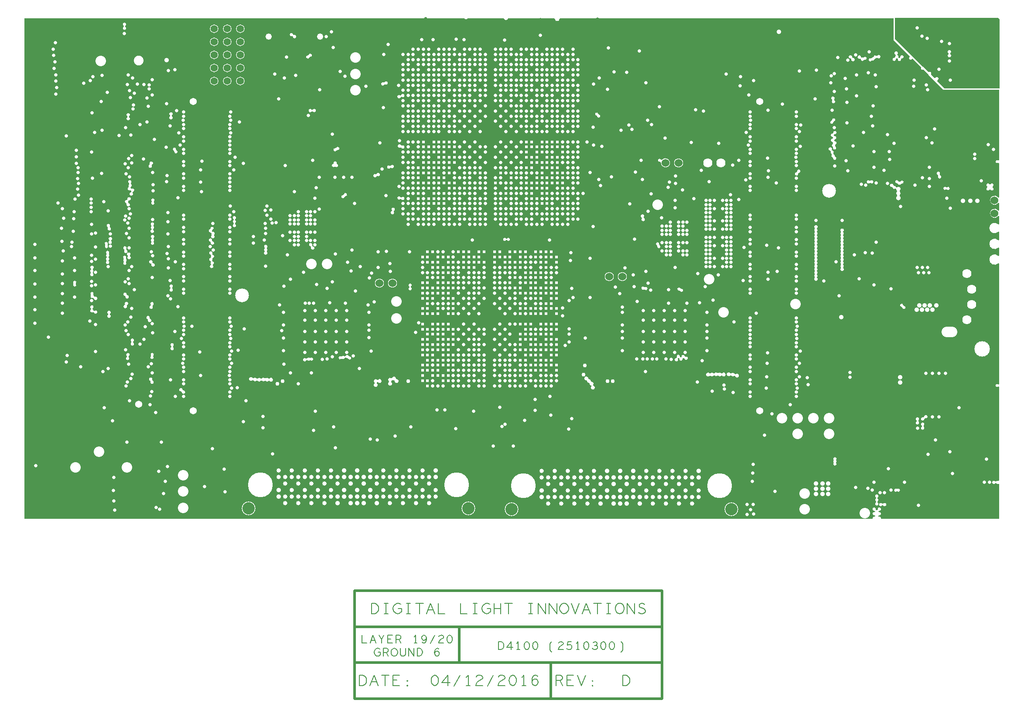
<source format=gbr>
G04 ================== begin FILE IDENTIFICATION RECORD ==================*
G04 Layout Name:  2510300_REV-D.brd*
G04 Film Name:    L19_gnd6.gbr*
G04 File Format:  Gerber RS274X*
G04 File Origin:  Cadence Allegro 16.6-2015-S051*
G04 Origin Date:  Tue Apr 12 06:53:58 2016*
G04 *
G04 Layer:  VIA CLASS/L19_GND6*
G04 Layer:  PIN/L19_GND6*
G04 Layer:  ETCH/L19_GND6*
G04 Layer:  DRAWING FORMAT/TITLE_BLOCK*
G04 *
G04 Offset:    (0.00 0.00)*
G04 Mirror:    No*
G04 Mode:      Positive*
G04 Rotation:  0*
G04 FullContactRelief:  No*
G04 UndefLineWidth:     0.00*
G04 ================== end FILE IDENTIFICATION RECORD ====================*
%FSLAX25Y25*MOIN*%
%IR0*IPPOS*OFA0.00000B0.00000*MIA0B0*SFA1.00000B1.00000*%
%ADD19O,.07X.11*%
%ADD18O,.11X.07*%
%ADD20O,.11X.067*%
%ADD21O,.13X.066*%
%ADD17C,.06*%
%ADD12C,.07*%
%ADD11C,.025*%
%ADD10C,.016*%
%ADD16C,.072*%
%ADD14C,.055*%
%ADD15C,.094*%
%ADD13C,.25*%
%ADD22C,.02*%
%ADD23C,.006*%
%ADD24C,.008*%
%ADD25O,.12004X.08004*%
%ADD38C,.03004*%
%ADD40C,.02404*%
%ADD37C,.03304*%
%ADD26C,.07004*%
%ADD32C,.03504*%
%ADD29C,.08004*%
%ADD28C,.02604*%
%ADD30C,.05404*%
%ADD33C,.06504*%
%ADD31C,.07404*%
%ADD39C,.04904*%
%ADD34C,.10404*%
%ADD36C,.10504*%
%ADD35C,.19004*%
%ADD27C,.11784*%
G75*
%LPD*%
G75*
G36*
G01X2500Y2500D02*
Y385500D01*
X338854D01*
X338906Y385380D01*
G03X341294I1194J520D01*
G01X341346Y385500D01*
X368915D01*
X368965Y385372D01*
G03X372235I1635J628D01*
G01X372285Y385500D01*
X407631D01*
X407948Y385183D01*
Y385100D01*
G03X411452I1752J0D01*
G01Y385183D01*
X411769Y385500D01*
X667000D01*
Y369000D01*
X679283Y356717D01*
X679238Y356225D01*
X679161Y356172D01*
G03X680972Y354361I739J-1072D01*
G01X681025Y354438D01*
X681517Y354483D01*
X687896Y348104D01*
X687832Y347976D01*
G03X689576Y346232I1168J-576D01*
G01X689704Y346296D01*
X693289Y342711D01*
G03X693661Y342334I1093J707D01*
G01X693677Y342323D01*
X705000Y331000D01*
X747500D01*
Y277071D01*
X746939Y276811D01*
X746842Y276894D01*
G03Y274906I-842J-994D01*
G01X746939Y274989D01*
X747500Y274729D01*
Y248626D01*
X746869Y248413D01*
X746782Y248527D01*
G03Y244273I-2782J-2127D01*
G01X746869Y244387D01*
X747500Y244174D01*
Y238626D01*
X746869Y238413D01*
X746782Y238527D01*
G03Y234273I-2782J-2127D01*
G01X746869Y234387D01*
X747500Y234174D01*
Y228092D01*
X746913Y227847D01*
X746818Y227941D01*
G03Y222259I-2818J-2841D01*
G01X746913Y222353D01*
X747500Y222108D01*
Y215992D01*
X746913Y215747D01*
X746818Y215841D01*
G03Y210159I-2818J-2841D01*
G01X746913Y210253D01*
X747500Y210008D01*
Y203992D01*
X746913Y203747D01*
X746818Y203841D01*
G03Y198159I-2818J-2841D01*
G01X746913Y198253D01*
X747500Y198008D01*
Y105673D01*
X746913Y105429D01*
X746818Y105523D01*
G03Y103677I-918J-923D01*
G01X746913Y103771D01*
X747500Y103527D01*
Y31889D01*
X747012Y31596D01*
X746912Y31649D01*
G03X745174Y31154I-612J-1149D01*
G01X744626D01*
G03Y29846I-1126J-654D01*
G01X745174D01*
G03X746912Y29351I1126J654D01*
G01X747012Y29404D01*
X747500Y29111D01*
Y2500D01*
X657613D01*
X657295Y2837D01*
X657300Y2923D01*
G03X655765Y4281I-1300J77D01*
G01X655679Y4265D01*
X655304Y4546D01*
X655295Y4633D01*
G03X655277Y4753I-1295J-133D01*
G01X655257Y4858D01*
X655642Y5243D01*
X655747Y5223D01*
G03X655765Y7781I253J1277D01*
G01X655679Y7765D01*
X655304Y8046D01*
X655295Y8133D01*
G03X655277Y8253I-1295J-133D01*
G01X655257Y8358D01*
X655642Y8743D01*
X655747Y8723D01*
G03X654723Y9747I253J1277D01*
G01X654743Y9642D01*
X654358Y9257D01*
X654253Y9277D01*
G03X653747I-253J-1277D01*
G01X653642Y9257D01*
X653257Y9642D01*
X653277Y9747D01*
G03X652253Y8723I-1277J253D01*
G01X652358Y8743D01*
X652743Y8358D01*
X652723Y8253D01*
G03X652705Y8133I1277J-253D01*
G01X652696Y8046D01*
X652321Y7765D01*
X652235Y7781D01*
G03X652253Y5223I-235J-1281D01*
G01X652358Y5243D01*
X652743Y4858D01*
X652723Y4753D01*
G03X652705Y4633I1277J-253D01*
G01X652696Y4546D01*
X652321Y4265D01*
X652235Y4281D01*
G03X650700Y2923I-235J-1281D01*
G01X650705Y2837D01*
X650387Y2500D01*
X2500D01*
G37*
G36*
G01X706000Y332000D02*
X700305Y337695D01*
X700400Y338224D01*
X700494Y338267D01*
G03X698767Y339994I-544J1183D01*
G01X698724Y339900D01*
X698195Y339805D01*
X695405Y342595D01*
X695489Y342730D01*
G03X693696Y344523I-1106J687D01*
G01X693561Y344439D01*
X690257Y347743D01*
X690242Y347790D01*
G03X689390Y348642I-1242J-390D01*
G01X689343Y348657D01*
X668000Y370000D01*
Y386000D01*
X747000D01*
X748000Y385000D01*
Y332000D01*
X706000D01*
G37*
%LPC*%
G75*
G36*
G01X219285Y357289D02*
G03X219732Y357594I57J396D01*
G02X220815Y356011I1268J-294D01*
G03X220368Y355706I-57J-396D01*
G02X219285Y357289I-1268J294D01*
G37*
G36*
G01X408972Y347113D02*
G02X410813Y345272I921J-920D01*
G02X408972Y347113I-921J920D01*
G37*
G36*
G01X315381Y343558D02*
X315382D01*
G02Y340954I0J-1302D01*
G02X315381Y343558I-1J1302D01*
G37*
G36*
G01X396780Y342256D02*
G02X399384I1302J0D01*
G02X396780I-1302J-1D01*
G37*
G36*
G01X302268Y338318D02*
G02X304872I1302J1D01*
G02X302268I-1302J0D01*
G37*
G36*
G01X278258Y335001D02*
G03X277689Y334820I-204J-344D01*
G02X277163Y336471I-1189J530D01*
G03X277732Y336652I204J344D01*
G02X278258Y335001I1189J-530D01*
G37*
G36*
G01X412528Y334382D02*
G02X415132I1302J0D01*
G02X412528I-1302J-1D01*
G37*
G36*
G01X318016Y330444D02*
G02X320620I1302J1D01*
G02X318016I-1302J0D01*
G37*
G36*
G01X416846Y323491D02*
G02X418687Y321650I921J-920D01*
G02X416846Y323491I-921J920D01*
G37*
G36*
G01X404654Y318634D02*
G02X407258I1302J0D01*
G02X404654I-1302J-1D01*
G37*
G36*
G01X441202Y312302D02*
G03X441402Y312102I200J0D01*
G02X440098Y310798I-2J-1302D01*
G03X439898Y310998I-200J0D01*
G02X441202Y312302I2J1302D01*
G37*
G36*
G01X621241Y306688D02*
G03X620885Y306226I39J-398D01*
G02X619475Y307312I-1285J-210D01*
G03X619831Y307774I-39J398D01*
G02X621241Y306688I1285J210D01*
G37*
G36*
G01X314080Y302886D02*
G02X316684I1302J0D01*
G02X314080I-1302J-1D01*
G37*
G36*
G01X303570Y300250D02*
X303571D01*
G02X303570Y297646I0J-1302D01*
G02Y300250I0J1302D01*
G37*
G36*
G01X241680Y284718D02*
G03X241218Y284483I-93J-389D01*
G02X240320Y286250I-1202J501D01*
G03X240782Y286485I93J389D01*
G02X241680Y284718I1202J-501D01*
G37*
G36*
G01X117033Y283700D02*
G03X116774Y284170I-389J92D01*
G02X118467Y285100I426J1230D01*
G03X118726Y284630I389J-92D01*
G02X117033Y283700I-426J-1230D01*
G37*
G36*
G01X240103Y272054D02*
X239697D01*
X239641Y272006D01*
G02X238432Y274249I-841J994D01*
G01X238504Y274270D01*
X238726Y274621D01*
X238714Y274695D01*
G02X241277Y274644I1286J204D01*
G01X241263Y274574D01*
X241446Y274225D01*
X241512Y274197D01*
G02X240159Y272006I-512J-1197D01*
G01X240103Y272054D01*
G37*
G36*
G01X100027Y273626D02*
G03X99825Y273072I152J-369D01*
G02X98173Y273674I-1155J-602D01*
G03X98375Y274228I-152J369D01*
G02X100027Y273626I1155J602D01*
G37*
G36*
G01X649179Y259580D02*
G03X648592Y259556I-282J-283D01*
G02X648521Y261320I-992J844D01*
G03X649108Y261344I282J283D01*
G02X649179Y259580I992J-844D01*
G37*
G36*
G01X672818Y258996D02*
X672456Y258836D01*
X672424Y258773D01*
G02X670004Y259035I-1160J591D01*
G01X669984Y259111D01*
X669619Y259342D01*
X669542Y259327D01*
G02X670555Y260934I-247J1278D01*
G01X670575Y260858D01*
X670940Y260627D01*
X671017Y260642D01*
G02X671610Y260619I247J-1278D01*
G01X671678Y260600D01*
X672040Y260760D01*
X672072Y260823D01*
G02X672886Y258977I1160J-591D01*
G01X672818Y258996D01*
G37*
G36*
G01X707056Y256383D02*
G03X707620Y256360I294J272D01*
G02X707544Y254517I880J-959D01*
G03X706980Y254540I-294J-272D01*
G02X707056Y256383I-880J959D01*
G37*
G36*
G01X247774Y249404D02*
G03X247336Y249030I-39J-398D01*
G02X246162Y250402I-1300J76D01*
G03X246600Y250776I39J398D01*
G02X247774Y249404I1300J-76D01*
G37*
G36*
G01X99715Y245057D02*
G03X99729Y245611I-281J284D01*
G02X101605Y245563I961J879D01*
G03X101591Y245009I281J-284D01*
G02X99715Y245057I-961J-879D01*
G37*
G36*
G01X67779Y226271D02*
G03X67943Y225683I331J-225D01*
G02X66321Y225229I-543J-1183D01*
G03X66157Y225817I-331J225D01*
G02X67779Y226271I543J1183D01*
G37*
G36*
G01X64240Y211780D02*
G03X64217Y212344I-295J270D01*
G02X66060Y212420I884J956D01*
G03X66083Y211856I295J-270D01*
G02X64240Y211780I-884J-956D01*
G37*
G36*
G01X487707Y212511D02*
G03X487918Y211994I371J-150D01*
G02X486193Y211289I-518J-1194D01*
G03X485982Y211806I-371J150D01*
G02X487707Y212511I518J1194D01*
G37*
G36*
G01X187719Y207488D02*
Y207012D01*
G02X186081I-819J-1012D01*
G01Y207488D01*
G02X186056Y209492I819J1012D01*
G01X186123Y209548D01*
X186142Y210017D01*
X186080Y210079D01*
G02X187844Y210008I920J921D01*
G01X187777Y209952D01*
X187758Y209483D01*
X187820Y209421D01*
G02X187719Y207488I-920J-921D01*
G37*
G36*
G01X80192Y199417D02*
X80168Y198977D01*
X80222Y198915D01*
G02X78358Y199018I-982J-855D01*
G01X78418Y199073D01*
X78442Y199513D01*
X78388Y199575D01*
G02X78368Y201262I982J855D01*
G01X78420Y201324D01*
X78386Y201762D01*
X78326Y201816D01*
G02X80192Y201958I864J974D01*
G01X80140Y201896D01*
X80174Y201458D01*
X80234Y201404D01*
G02X80252Y199472I-864J-974D01*
G01X80192Y199417D01*
G37*
G36*
G01X628319Y194988D02*
Y194512D01*
G02X626681I-819J-1012D01*
G01Y194988D01*
G02Y197012I819J1012D01*
G01Y197488D01*
G02Y199512I819J1012D01*
G01Y199988D01*
G02Y202012I819J1012D01*
G01Y202488D01*
G02Y204512I819J1012D01*
G01Y204988D01*
G02Y207012I819J1012D01*
G01Y207488D01*
G02Y209512I819J1012D01*
G01Y209988D01*
G02Y212012I819J1012D01*
G01Y212488D01*
G02Y214512I819J1012D01*
G01Y214988D01*
G02Y217012I819J1012D01*
G01Y217488D01*
G02Y219512I819J1012D01*
G01Y219988D01*
G02Y222012I819J1012D01*
G01Y222488D01*
G02X628319I819J1012D01*
G01Y222012D01*
G02Y219988I-819J-1012D01*
G01Y219512D01*
G02Y217488I-819J-1012D01*
G01Y217012D01*
G02Y214988I-819J-1012D01*
G01Y214512D01*
G02Y212488I-819J-1012D01*
G01Y212012D01*
G02Y209988I-819J-1012D01*
G01Y209512D01*
G02Y207488I-819J-1012D01*
G01Y207012D01*
G02Y204988I-819J-1012D01*
G01Y204512D01*
G02Y202488I-819J-1012D01*
G01Y202012D01*
G02Y199988I-819J-1012D01*
G01Y199512D01*
G02Y197488I-819J-1012D01*
G01Y197012D01*
G02Y194988I-819J-1012D01*
G37*
G36*
G01X608319Y187488D02*
Y187012D01*
G02X606681I-819J-1012D01*
G01Y187488D01*
G02Y189512I819J1012D01*
G01Y189988D01*
G02Y192012I819J1012D01*
G01Y192488D01*
G02Y194512I819J1012D01*
G01Y194988D01*
G02Y197012I819J1012D01*
G01Y197488D01*
G02Y199512I819J1012D01*
G01Y199988D01*
G02Y202012I819J1012D01*
G01Y202488D01*
G02Y204512I819J1012D01*
G01Y204988D01*
G02Y207012I819J1012D01*
G01Y207488D01*
G02Y209512I819J1012D01*
G01Y209988D01*
G02Y212012I819J1012D01*
G01Y212488D01*
G02Y214512I819J1012D01*
G01Y214988D01*
G02Y217012I819J1012D01*
G01Y217488D01*
G02Y219512I819J1012D01*
G01Y219988D01*
G02Y222012I819J1012D01*
G01Y222488D01*
G02Y224512I819J1012D01*
G01Y224988D01*
G02X608319I819J1012D01*
G01Y224512D01*
G02Y222488I-819J-1012D01*
G01Y222012D01*
G02Y219988I-819J-1012D01*
G01Y219512D01*
G02Y217488I-819J-1012D01*
G01Y217012D01*
G02Y214988I-819J-1012D01*
G01Y214512D01*
G02Y212488I-819J-1012D01*
G01Y212012D01*
G02Y209988I-819J-1012D01*
G01Y209512D01*
G02Y207488I-819J-1012D01*
G01Y207012D01*
G02Y204988I-819J-1012D01*
G01Y204512D01*
G02Y202488I-819J-1012D01*
G01Y202012D01*
G02Y199988I-819J-1012D01*
G01Y199512D01*
G02Y197488I-819J-1012D01*
G01Y197012D01*
G02Y194988I-819J-1012D01*
G01Y194512D01*
G02Y192488I-819J-1012D01*
G01Y192012D01*
G02Y189988I-819J-1012D01*
G01Y189512D01*
G02Y187488I-819J-1012D01*
G37*
G36*
G01X41831Y182690D02*
G03Y182410I143J-140D01*
G02X39969I-931J-910D01*
G03Y182690I-143J140D01*
G02X41831I931J910D01*
G37*
G36*
G01X476280Y179987D02*
G03X476805Y179901I311J252D01*
G02X476488Y177981I695J-1101D01*
G03X475963Y178067I-311J-252D01*
G02X476280Y179987I-695J1101D01*
G37*
G36*
G01X504004Y178896D02*
G03X504474Y178661I370J152D01*
G02X503596Y176904I326J-1261D01*
G03X503126Y177139I-370J-152D01*
G02X504004Y178896I-326J1261D01*
G37*
G36*
G01X80716Y174179D02*
G03X81082Y173699I392J-81D01*
G02X79724Y172661I-83J-1299D01*
G03X79358Y173141I-392J81D01*
G02X80716Y174179I83J1299D01*
G37*
G36*
G01X80983Y166122D02*
G03X80757Y165567I132J-377D01*
G02X79157Y166218I-1167J-577D01*
G03X79383Y166773I-132J377D01*
G02X80983Y166122I1167J577D01*
G37*
G36*
G01X674302Y166002D02*
G03X674702Y165602I400J0D01*
G02X673398Y164298I-2J-1302D01*
G03X672998Y164698I-400J0D01*
G02X674302Y166002I2J1302D01*
G37*
G36*
G01X98225Y156159D02*
G03X98516Y155632I376J-136D01*
G02X97015Y154801I-276J-1272D01*
G03X96724Y155328I-376J136D01*
G02X98225Y156159I276J1272D01*
G37*
G36*
G01X101045Y127407D02*
G03X101005Y126850I266J-299D01*
G02X99145Y126983I-995J-840D01*
G03X99185Y127540I-266J299D01*
G02X101045Y127407I995J840D01*
G37*
G36*
G01X100197Y108924D02*
G03X100446Y108369I362J-171D01*
G02X98903Y107676I-366J-1249D01*
G03X98654Y108231I-362J171D01*
G02X100197Y108924I366J1249D01*
G37*
G36*
G01X271846Y106759D02*
Y106241D01*
G02X270154I-846J-1241D01*
G01Y106759D01*
G02X272241Y108846I846J1241D01*
G01X272759D01*
G02Y107154I1241J-846D01*
G01X272241D01*
G02X271846Y106759I-1241J846D01*
G37*
G36*
G01X622971Y45633D02*
Y45367D01*
G02X621029I-971J-867D01*
G01Y45633D01*
G02Y47367I971J867D01*
G01Y47633D01*
G02X622971I971J867D01*
G01Y47367D01*
G02Y45633I-971J-867D01*
G37*
G36*
G01X669633Y23529D02*
G03X669367I-133J-150D01*
G02Y25471I-867J971D01*
G03X669633I133J150D01*
G02Y23529I867J-971D01*
G37*
G36*
G01X79615Y379147D02*
G02X78385I-615J-1147D01*
G03Y379853I-189J353D01*
G02X79615I615J1147D01*
G03Y379147I189J-353D01*
G37*
G36*
G01X208465Y372787D02*
G02X207699Y371560I535J-1187D01*
G03X207135Y371913I-400J-12D01*
G02X207901Y373140I-535J1187D01*
G03X208465Y372787I400J12D01*
G37*
G36*
G01X644170Y353730D02*
G02X641699Y354337I-1170J571D01*
G01X641702Y354447D01*
X641235Y354758D01*
X641135Y354713D01*
G02X641901Y355863I-535J1187D01*
G01X641898Y355753D01*
X642365Y355442D01*
X642465Y355487D01*
G02X643545Y355482I535J-1187D01*
G01X643809Y355576D01*
G02X644434Y353824I1170J-570D01*
G01X644170Y353730D01*
G37*
G36*
G01X672515Y354414D02*
X672537Y354309D01*
G02X670017Y354412I-1273J-273D01*
G01X670050Y354520D01*
X669666Y354942D01*
X669555Y354919D01*
G02X669064Y354914I-259J1276D01*
G01X668960Y354932D01*
X668580Y354543D01*
X668602Y354438D01*
G02X667558Y355454I-1275J-265D01*
G01X667662Y355436D01*
X668042Y355825D01*
X668020Y355930D01*
G02X668404Y357144I1275J264D01*
G01X668482Y357218D01*
X668387Y357761D01*
X668287Y357803D01*
G02X669691Y358051I512J1197D01*
G01X669613Y357977D01*
X669708Y357434D01*
X669808Y357392D01*
G02X670542Y355819I-513J-1197D01*
G01X670509Y355711D01*
X670893Y355289D01*
X671004Y355312D01*
G02X671497Y355317I259J-1276D01*
G01X671602Y355298D01*
X671981Y355690D01*
X671959Y355795D01*
G02X672999Y354787I1273J273D01*
G01X672894Y354806D01*
X672515Y354414D01*
G37*
G36*
G01X635591Y355249D02*
G02X634565Y354272I240J-1280D01*
G03X634102Y354758I-389J93D01*
G02X635128Y355735I-240J1280D01*
G03X635591Y355249I389J-93D01*
G37*
G36*
G01X650172Y353232D02*
G02X649562Y354974I-1172J567D01*
G01X649828Y355068D01*
G02X651084Y355799I1171J-568D01*
G01X651163Y355794D01*
X651498Y356073D01*
X651507Y356152D01*
G02X653777Y356861I1293J-152D01*
G01X653843Y356786D01*
X654362Y356827D01*
X654415Y356911D01*
G02X654539Y355355I1101J-695D01*
G01X654473Y355430D01*
X653954Y355389D01*
X653901Y355305D01*
G02X652716Y354701I-1101J695D01*
G01X652637Y354706D01*
X652302Y354427D01*
X652293Y354348D01*
G02X650438Y353326I-1293J152D01*
G01X650172Y353232D01*
G37*
G36*
G01X290180Y325361D02*
G02X289807Y326534I-1280J239D01*
G03X290479Y326747I279J287D01*
G02X290852Y325574I1280J-239D01*
G03X290180Y325361I-279J-287D01*
G37*
G36*
G01X621516Y322930D02*
G02X620022Y322691I-580J-1166D01*
G03X619920Y323334I-280J285D01*
G02X621414Y323573I580J1166D01*
G03X621516Y322930I280J-285D01*
G37*
G36*
G01X222147Y314385D02*
G02Y315615I-1147J615D01*
G03X222853I353J189D01*
G02Y314385I1147J-615D01*
G03X222147I-353J-189D01*
G37*
G36*
G01X115229Y310659D02*
G02X113871I-679J-1111D01*
G03Y311342I-208J341D01*
G02X115229I679J1111D01*
G03Y310659I208J-341D01*
G37*
G36*
G01X82529Y309929D02*
G02X81171I-679J-1111D01*
G03Y310612I-208J341D01*
G02X82529I679J1111D01*
G03Y309929I208J-341D01*
G37*
G36*
G01X291016Y288184D02*
G02X290544Y286646I743J-1069D01*
G03X289943Y286831I-373J-144D01*
G02X290415Y288369I-743J1069D01*
G03X291016Y288184I373J144D01*
G37*
G36*
G01X622297Y287523D02*
X622360Y287491D01*
G02X620514Y286677I-591J-1160D01*
G01X620533Y286745D01*
X620373Y287107D01*
X620310Y287139D01*
G02X620399Y289501I591J1160D01*
G01X620467Y289529D01*
X620651Y289892D01*
X620634Y289963D01*
G02X620614Y290472I1266J305D01*
G01X620629Y290563D01*
X620307Y290935D01*
X620215Y290934D01*
G02X620135Y293536I-15J1302D01*
G01X620224Y293541D01*
X620524Y293911D01*
X620509Y293999D01*
G02Y294409I1286J205D01*
G01X620524Y294501D01*
X620198Y294874D01*
X620104Y294871D01*
G02X620231Y297465I-31J1302D01*
G01X620330Y297453D01*
X620690Y297829D01*
X620674Y297928D01*
G02X621800Y296850I1284J214D01*
G01X621701Y296862D01*
X621341Y296486D01*
X621357Y296387D01*
G02X621359Y295969I-1284J-215D01*
G01X621344Y295877D01*
X621670Y295504D01*
X621764Y295507D01*
G02X621860Y292905I31J-1302D01*
G01X621771Y292900D01*
X621471Y292530D01*
X621486Y292442D01*
G02Y292032I-1286J-205D01*
G01X621471Y291941D01*
X621793Y291569D01*
X621885Y291570D01*
G02X622402Y289066I16J-1302D01*
G01X622334Y289038D01*
X622150Y288675D01*
X622167Y288604D01*
G02X622156Y287953I-1266J-304D01*
G01X622137Y287885D01*
X622297Y287523D01*
G37*
G36*
G01X622116Y279730D02*
G02X620562Y278689I-273J-1273D01*
G03X620252Y279152I-394J72D01*
G02X619588Y281329I273J1273D01*
G01X619663Y281407D01*
X619542Y281943D01*
X619441Y281981D01*
G02X618715Y283739I459J1219D01*
G01X618758Y283833D01*
X618489Y284294D01*
X618386Y284303D01*
G02X619685Y285061I114J1297D01*
G01X619642Y284967D01*
X619911Y284506D01*
X620014Y284497D01*
G02X620837Y282296I-114J-1297D01*
G01X620762Y282218D01*
X620883Y281682D01*
X620984Y281644D01*
G02X621806Y280193I-459J-1218D01*
G03X622116Y279730I394J-72D01*
G37*
G36*
G01X489865Y277307D02*
G02X489009Y275279I2635J-2307D01*
G03X488467Y275685I-399J33D01*
G02X489197Y277413I-467J1215D01*
G03X489865Y277307I367J158D01*
G37*
G36*
G01X282149Y271088D02*
G02X281840Y272695I-1149J612D01*
G03X282451Y272812I258J305D01*
G02X282760Y271205I1149J-612D01*
G03X282149Y271088I-258J-305D01*
G37*
G36*
G01X593945Y266811D02*
G02X592648Y267827I-1270J-286D01*
G03X593030Y268314I-8J400D01*
G02X594327Y267298I1270J286D01*
G03X593945Y266811I8J-400D01*
G37*
G36*
G01X271709Y264716D02*
G02X271204Y266296I-1209J484D01*
G03X271791Y266484I216J336D01*
G02X272296Y264904I1209J-484D01*
G03X271709Y264716I-216J-336D01*
G37*
G36*
G01X702380Y265545D02*
G02X700931Y265044I-381J-1245D01*
G03X700720Y265655I-328J229D01*
G02X702169Y266156I381J1245D01*
G03X702380Y265545I328J-229D01*
G37*
G36*
G01X740204Y254490D02*
X740147Y254385D01*
G02X738385Y256147I-1147J615D01*
G01X738490Y256204D01*
Y256796D01*
X738385Y256853D01*
G02X740147Y258615I615J1147D01*
G01X740204Y258510D01*
X740796D01*
X740853Y258615D01*
G02X742615Y256853I1147J-615D01*
G01X742510Y256796D01*
Y256204D01*
X742615Y256147D01*
G02X740853Y254385I-615J-1147D01*
G01X740796Y254490D01*
X740204D01*
G37*
G36*
G01X85102Y252146D02*
X85179Y252058D01*
G02X83985Y252484I-979J-858D01*
G01X84101Y252504D01*
X84298Y253054D01*
X84221Y253142D01*
G02X83911Y253820I979J858D01*
G01X83895Y253928D01*
X83392Y254161D01*
X83300Y254102D01*
G02X82116Y256409I-699J1098D01*
G01X82204Y256444D01*
X82355Y256917D01*
X82304Y256996D01*
G02X82558Y258693I1096J703D01*
G01X82639Y258762D01*
X82581Y259301D01*
X82487Y259351D01*
G02X83942Y259507I613J1149D01*
G01X83861Y259438D01*
X83919Y258899D01*
X84013Y258849D01*
G02X83884Y256491I-613J-1149D01*
G01X83796Y256456D01*
X83645Y255983D01*
X83696Y255904D01*
G02X83889Y255380I-1097J-702D01*
G01X83905Y255272D01*
X84408Y255039D01*
X84500Y255098D01*
G02X85415Y252716I700J-1098D01*
G01X85299Y252696D01*
X85102Y252146D01*
G37*
G36*
G01X290751Y248568D02*
G02X290580Y247192I1008J-824D01*
G03X289908Y247276I-362J-169D01*
G02X290079Y248652I-1008J824D01*
G03X290751Y248568I362J169D01*
G37*
G36*
G01X671370Y249621D02*
G02X669630I-870J-1521D01*
G01Y250179D01*
G02X669375Y253043I870J1521D01*
G03Y253657I-256J307D01*
G02X668752Y254888I1125J1343D01*
G01X668744Y255009D01*
X668200Y255251D01*
X668105Y255177D01*
G02X665999Y256142I-805J1023D01*
G03X665529Y256518I-399J-17D01*
G02X666601Y257858I-229J1282D01*
G03X667071Y257482I399J17D01*
G02X668579Y256442I229J-1282D01*
G01X668602Y256323D01*
X669171Y256148D01*
X669256Y256234D01*
G02X671625Y253657I1243J-1234D01*
G03Y253043I256J-307D01*
G02X671370Y250179I-1125J-1343D01*
G01Y249621D01*
G37*
G36*
G01X81983Y244249D02*
X82078Y244232D01*
G02X80658Y243474I-228J-1282D01*
G01X80697Y243562D01*
X80457Y244011D01*
X80362Y244028D01*
G02X80810Y246593I228J1282D01*
G01X80920Y246574D01*
X81292Y247001D01*
X81258Y247108D01*
G02X82280Y246217I1242J392D01*
G01X82170Y246236D01*
X81798Y245809D01*
X81832Y245702D01*
G02X81782Y244786I-1242J-392D01*
G01X81743Y244698D01*
X81983Y244249D01*
G37*
G36*
G01X284770Y237668D02*
G02X283289Y237997I-970J-868D01*
G03X283430Y238632I-157J368D01*
G02X284911Y238303I970J868D01*
G03X284770Y237668I157J-368D01*
G37*
G36*
G01X476003Y232814D02*
G02X474463Y232501I-563J-1174D01*
G03X474337Y233126I-300J265D01*
G02X475877Y233439I563J1174D01*
G03X476003Y232814I300J-265D01*
G37*
G36*
G01X163510Y228204D02*
X163615Y228147D01*
G02X162385I-615J-1147D01*
G01X162490Y228204D01*
Y228796D01*
X162385Y228853D01*
G02Y231147I615J1147D01*
G01X162490Y231204D01*
Y231796D01*
X162385Y231853D01*
G02X163615I615J1147D01*
G01X163510Y231796D01*
Y231204D01*
X163615Y231147D01*
G02Y228853I-615J-1147D01*
G01X163510Y228796D01*
Y228204D01*
G37*
G36*
G01X100861Y223728D02*
X100952Y223663D01*
G02X99601Y223756I-752J-1063D01*
G01X99700Y223808D01*
X99739Y224372D01*
X99648Y224437D01*
G02X99570Y226503I752J1063D01*
G01X99646Y226566D01*
X99627Y227081D01*
X99547Y227138D01*
G02X101130Y227197I753J1062D01*
G01X101054Y227134D01*
X101073Y226619D01*
X101153Y226562D01*
G02X100999Y224344I-753J-1062D01*
G01X100900Y224292D01*
X100861Y223728D01*
G37*
G36*
G01X147420Y219421D02*
G02X145656Y219492I-920J-921D01*
G03X145680Y220079I-259J305D01*
G02X145320Y221240I920J922D01*
G01X145339Y221340D01*
X144975Y221723D01*
X144874Y221710D01*
G02X144418Y224271I-174J1290D01*
G03X144724Y224741I-86J391D01*
G02X146282Y223729I1276J259D01*
G03X145976Y223259I86J-391D01*
G02X145980Y222760I-1276J-260D01*
G01X145961Y222660D01*
X146325Y222277D01*
X146426Y222290D01*
G02X147444Y220008I174J-1290D01*
G03X147420Y219421I259J-305D01*
G37*
G36*
G01X370653Y215787D02*
G02Y216985I-1042J599D01*
G03X371347I347J199D01*
G02Y215787I1042J-599D01*
G03X370653I-347J-199D01*
G37*
G36*
G01X68789Y215135D02*
G02X67394Y215252I-789J-1035D01*
G03X67451Y215925I-186J355D01*
G02X68846Y215808I789J1035D01*
G03X68789Y215135I186J-355D01*
G37*
G36*
G01X146271Y214900D02*
G02X144982Y214059I-71J-1300D01*
G03X144629Y214600I-374J141D01*
G02X145918Y215441I71J1300D01*
G03X146271Y214900I374J-141D01*
G37*
G36*
G01X101343Y214339D02*
G02X99467Y214307I-923J-919D01*
G03X99457Y214861I-293J272D01*
G02X99699Y216890I923J919D01*
G01X99789Y216945D01*
X99813Y217489D01*
X99727Y217552D01*
G02X101181Y217490I773J1048D01*
G01X101091Y217435D01*
X101067Y216891D01*
X101153Y216828D01*
G02X101333Y214893I-773J-1048D01*
G03X101343Y214339I293J-272D01*
G37*
G36*
G01X222756Y211101D02*
G02X221695Y210489I44J-1301D01*
G03X221343Y211101I-339J212D01*
G02X222404Y211713I-44J1301D01*
G03X222756Y211101I339J-212D01*
G37*
G36*
G01X80487Y208408D02*
G02X79001Y208035I-487J-1208D01*
G03X78843Y208662I-307J256D01*
G02X80329Y209035I487J1208D01*
G03X80487Y208408I307J-256D01*
G37*
G36*
G01X83212Y203590D02*
G02X81596Y203437I-712J-1090D01*
G03X81538Y204060I-277J288D01*
G02X83154Y204213I712J1090D01*
G03X83212Y203590I277J-288D01*
G37*
G36*
G01X66940Y199794D02*
G02X65260I-840J-994D01*
G03Y200406I-258J306D01*
G02X65347Y202462I840J994D01*
G01X65427Y202519D01*
X65446Y203034D01*
X65370Y203097D01*
G02X65240Y204980I830J1003D01*
G03X65217Y205544I-295J270D01*
G02X67060Y205620I884J956D01*
G03X67083Y205056I295J-270D01*
G02X66953Y203038I-883J-956D01*
G01X66873Y202981D01*
X66854Y202466D01*
X66930Y202403D01*
G02X66940Y200406I-830J-1003D01*
G03Y199794I258J-306D01*
G37*
G36*
G01X100747Y198175D02*
G02X99682Y197390I133J-1295D01*
G03X99273Y197945I-368J157D01*
G02X100338Y198730I-133J1295D01*
G03X100747Y198175I368J-157D01*
G37*
G36*
G01X146533Y196613D02*
X146595Y196540D01*
G02X144988Y196849I-995J-840D01*
G01X145072Y196894D01*
X145167Y197387D01*
X145105Y197460D01*
G02X145057Y199079I995J840D01*
G01X145125Y199170D01*
X144910Y199696D01*
X144798Y199714D01*
G02X144742Y202276I202J1286D01*
G01X144838Y202296D01*
X145066Y202752D01*
X145024Y202840D01*
G02X145102Y204100I1176J560D01*
G01X145161Y204192D01*
X144928Y204695D01*
X144820Y204711D01*
G02X146098Y205300I181J1289D01*
G01X146039Y205208D01*
X146272Y204705D01*
X146380Y204689D01*
G02X146458Y202124I-181J-1289D01*
G01X146362Y202104D01*
X146134Y201648D01*
X146176Y201560D01*
G02X146043Y200221I-1176J-559D01*
G01X145975Y200130D01*
X146190Y199604D01*
X146302Y199586D01*
G02X146712Y197151I-202J-1286D01*
G01X146628Y197106D01*
X146533Y196613D01*
G37*
G36*
G01X54773Y190619D02*
X54853Y190562D01*
G02X53270Y190503I-753J-1062D01*
G01X53346Y190566D01*
X53327Y191081D01*
X53247Y191138D01*
G02X53342Y193323I753J1062D01*
G01X53433Y193377D01*
X53471Y193916D01*
X53389Y193981D01*
G02X54858Y193877I810J1019D01*
G01X54767Y193823D01*
X54729Y193284D01*
X54811Y193219D01*
G02X54830Y191197I-811J-1019D01*
G01X54754Y191134D01*
X54773Y190619D01*
G37*
G36*
G01X297913Y179653D02*
G02X296715I-599J-1042D01*
G03Y180347I-199J347D01*
G02X297913I599J1042D01*
G03Y179653I199J-347D01*
G37*
G36*
G01X115429Y178824D02*
G02X114071I-679J-1111D01*
G03Y179507I-208J341D01*
G02X115429I679J1111D01*
G03Y178824I208J-341D01*
G37*
G36*
G01X56191Y172397D02*
X56287Y172449D01*
G02X55600Y171222I613J-1149D01*
G01X55594Y171331D01*
X55109Y171603D01*
X55013Y171551D01*
G02X53370Y173497I-613J1149D01*
G03X53323Y174037I-316J245D01*
G02X55230Y174203I877J963D01*
G03X55277Y173663I316J-245D01*
G02X55700Y172778I-877J-963D01*
G01X55706Y172669D01*
X56191Y172397D01*
G37*
G36*
G01X100390Y165345D02*
G02X98945Y165720I-990J-845D01*
G03X99110Y166355I-139J375D01*
G02X100555Y165980I990J845D01*
G03X100390Y165345I139J-375D01*
G37*
G36*
G01X55954Y161702D02*
X56042Y161779D01*
G02X55616Y160585I858J-979D01*
G01X55596Y160701D01*
X55046Y160898D01*
X54958Y160821D01*
G02X53514Y162962I-859J978D01*
G01Y163538D01*
G02X54686I586J1162D01*
G01Y162962D01*
G02X55384Y162015I-586J-1163D01*
G01X55404Y161899D01*
X55954Y161702D01*
G37*
G36*
G01X67879Y158759D02*
G02X66521I-679J-1111D01*
G03Y159442I-208J342D01*
G02X67879I679J1111D01*
G03Y158759I208J-341D01*
G37*
G36*
G01X85670Y137488D02*
G02X84330I-670J-1117D01*
G03Y138173I-206J343D01*
G02X85670I670J1117D01*
G03Y137488I206J-343D01*
G37*
G36*
G01X116109Y133937D02*
G02X114769I-670J-1117D01*
G03Y134622I-206J343D01*
G02X116109I670J1117D01*
G03Y133937I206J-342D01*
G37*
G36*
G01X250872Y126882D02*
G02X249875Y125160I228J-1282D01*
G03X249428Y125418I-376J-136D01*
G02X248221Y125842I-228J1282D01*
G01X248144Y125929D01*
X247575Y125812D01*
X247539Y125701D01*
G02X245435Y125126I-1240J399D01*
G03X244854Y125073I-266J-299D01*
G02X244692Y126847I-1027J801D01*
G03X245273Y126900I266J299D01*
G02X247279Y126958I1027J-800D01*
G01X247356Y126871D01*
X247925Y126988D01*
X247961Y127099D01*
G02X250425Y127140I1239J-399D01*
G03X250872Y126882I376J136D01*
G37*
G36*
G01X82152Y126363D02*
G02X80801Y126456I-752J-1063D01*
G03X80848Y127137I-184J355D01*
G02X82199Y127044I752J1063D01*
G03X82152Y126363I184J-355D01*
G37*
G36*
G01X501926Y125096D02*
X501983Y124997D01*
G02X500836Y125644I-1125J-655D01*
G01X500950Y125646D01*
X501232Y126146D01*
X501175Y126245D01*
G02X503559Y126567I1125J655D01*
G01X503530Y126459D01*
X503919Y126050D01*
X504029Y126073D01*
G02X504319Y126102I274J-1273D01*
G01X504413Y126101D01*
X504735Y126479D01*
X504718Y126572D01*
G02X507284Y127017I1282J228D01*
G01X507300Y126924D01*
X507736Y126677D01*
X507824Y126712D01*
G02X507016Y125283I476J-1212D01*
G01X507000Y125376D01*
X506564Y125623D01*
X506476Y125588D01*
G02X505981Y125498I-476J1212D01*
G01X505887Y125499D01*
X505565Y125121D01*
X505582Y125028D01*
G02X503041Y125133I-1282J-228D01*
G01X503070Y125241D01*
X502681Y125650D01*
X502571Y125627D01*
G02X502322Y125598I-274J1273D01*
G01X502208Y125596D01*
X501926Y125096D01*
G37*
G36*
G01X218061Y123954D02*
X218020Y123846D01*
G02X217798Y125136I-1220J454D01*
G01X217872Y125048D01*
X218439Y125146D01*
X218480Y125254D01*
G02X220580Y125760I1220J-454D01*
G03X221120I270J295D01*
G02Y123840I880J-960D01*
G03X220580I-270J-295D01*
G02X218702Y123964I-880J960D01*
G01X218628Y124052D01*
X218061Y123954D01*
G37*
G36*
G01X526185Y112077D02*
G02Y113923I-1185J923D01*
G03X526815I315J246D01*
G02X529213Y113886I1185J-923D01*
G01X529278Y113797D01*
X529833Y113832D01*
X529886Y113928D01*
G02X532378Y114132I1314J-728D01*
G01X532432Y114063D01*
X532903Y114029D01*
X532967Y114090D01*
G02X535241Y113846I1033J-1090D01*
G01X535759D01*
G02Y112154I1241J-846D01*
G01X535241D01*
G02X532822Y112068I-1241J846D01*
G01X532768Y112137D01*
X532297Y112171D01*
X532233Y112110D01*
G02X529987Y112314I-1033J1090D01*
G01X529922Y112403D01*
X529367Y112368D01*
X529314Y112272D01*
G02X526815Y112077I-1314J728D01*
G03X526185I-315J-246D01*
G37*
G36*
G01X546038Y113158D02*
X546118Y113242D01*
G02X545755Y111790I1082J-1042D01*
G01X545723Y111901D01*
X545162Y112042D01*
X545082Y111958D01*
G02X542686Y112272I-1082J1042D01*
G01X542633Y112368D01*
X542078Y112403D01*
X542013Y112314D01*
G02X542114Y113928I-1213J886D01*
G01X542167Y113832D01*
X542722Y113797D01*
X542787Y113886D01*
G02X545445Y113410I1213J-886D01*
G01X545477Y113299D01*
X546038Y113158D01*
G37*
G36*
G01X183367Y108368D02*
X183314Y108272D01*
G02X180686I-1314J728D01*
G01X180633Y108368D01*
X180078Y108403D01*
X180013Y108314D01*
G02X177438Y108568I-1213J886D01*
G01X177391Y108668D01*
X176835Y108738D01*
X176765Y108652D01*
G02X176962Y110232I-1165J948D01*
G01X177009Y110132D01*
X177565Y110062D01*
X177635Y110148D01*
G02X180114Y109928I1165J-948D01*
G01X180167Y109832D01*
X180722Y109797D01*
X180787Y109886D01*
G02X183213I1213J-886D01*
G01X183278Y109797D01*
X183833Y109832D01*
X183886Y109928D01*
G02X186378Y110132I1314J-728D01*
G01X186432Y110063D01*
X186903Y110029D01*
X186967Y110090D01*
G02X189241Y109846I1033J-1090D01*
G01X189759D01*
G02Y108154I1241J-846D01*
G01X189241D01*
G02X186822Y108068I-1241J846D01*
G01X186768Y108137D01*
X186297Y108171D01*
X186233Y108110D01*
G02X183987Y108314I-1033J1090D01*
G01X183922Y108403D01*
X183367Y108368D01*
G37*
G36*
G01X282923Y107185D02*
G02X281077I-923J-1185D01*
G03Y107815I-246J315D01*
G02X282921Y110187I922J1186D01*
G01X283005Y110121D01*
X283523Y110294D01*
X283551Y110397D01*
G02X286500Y109920I1449J-396D01*
G03X286920Y109500I399J-21D01*
G02X285500Y108080I80J-1500D01*
G03X285080Y108500I-399J21D01*
G02X284079Y108813I-80J1500D01*
G01X283995Y108879D01*
X283477Y108706D01*
X283449Y108603D01*
G02X282923Y107815I-1449J397D01*
G03Y107185I246J-315D01*
G37*
G36*
G01X437294Y104477D02*
X437397Y104449D01*
G02X435813Y103921I-397J-1449D01*
G01X435879Y104005D01*
X435706Y104523D01*
X435603Y104551D01*
G02X434500Y106080I397J1449D01*
G01X434505Y106169D01*
X434169Y106505D01*
X434080Y106500D01*
G02X432500Y108080I-80J1500D01*
G01X432505Y108169D01*
X432169Y108505D01*
X432080Y108500D01*
G02X433500Y109920I-80J1500D01*
G01X433495Y109831D01*
X433831Y109495D01*
X433920Y109500D01*
G02X435500Y107920I80J-1500D01*
G01X435495Y107831D01*
X435831Y107495D01*
X435920Y107500D01*
G02X437187Y105079I80J-1500D01*
G01X437121Y104995D01*
X437294Y104477D01*
G37*
G36*
G01X123859Y100861D02*
G02X122768Y99686I206J-1286D01*
G03X122306Y100114I-399J33D01*
G02X123397Y101289I-206J1286D01*
G03X123859Y100861I399J-33D01*
G37*
G36*
G01X690397Y79115D02*
G02X689639Y80185I-1297J-115D01*
G03X690203Y80585I166J364D01*
G02X690961Y79515I1297J115D01*
G03X690397Y79115I-166J-364D01*
G37*
G36*
G01X685715Y77147D02*
G02X684485I-615J-1147D01*
G03Y77853I-189J353D01*
G02X685715I615J1147D01*
G03Y77147I189J-353D01*
G37*
G36*
G01X689715Y73147D02*
G02X688485I-615J-1147D01*
G03Y73853I-189J353D01*
G02X689715I615J1147D01*
G03Y73147I189J-353D01*
G37*
G36*
G01X654510Y15204D02*
X654615Y15147D01*
G02X653385I-615J-1147D01*
G01X653490Y15204D01*
Y15796D01*
X653385Y15853D01*
G02Y18147I615J1147D01*
G01X653490Y18204D01*
Y18796D01*
X653385Y18853D01*
G02X654615I615J1147D01*
G01X654510Y18796D01*
Y18204D01*
X654615Y18147D01*
G02Y15853I-615J-1147D01*
G01X654510Y15796D01*
Y15204D01*
G37*
G36*
G01X658147Y12885D02*
G02Y14115I-1147J615D01*
G03X658853I353J189D01*
G02Y12885I1147J-615D01*
G03X658147I-353J-189D01*
G37*
G36*
G01X710115Y358147D02*
G02X708885I-615J-1147D01*
G03Y358853I-189J353D01*
G02X710115I615J1147D01*
G03Y358147I189J-353D01*
G37*
G54D25*
X709587Y145492D03*
G54D38*
X196000Y106000D03*
X200000Y108000D03*
X296000D03*
X431000Y120000D03*
X430000Y113000D03*
X448100Y108000D03*
X452100Y107800D03*
G54D40*
X303570Y247744D03*
Y267429D03*
Y259555D03*
Y263492D03*
Y251681D03*
X303571Y279241D03*
X303570Y271366D03*
X306708Y108344D03*
X310644D03*
Y104408D03*
X306708Y112282D03*
Y116218D03*
Y120156D03*
X310644Y116218D03*
Y120156D03*
Y124092D03*
X318518D03*
X314582Y116218D03*
X318518Y112282D03*
X314582D03*
X318518Y116218D03*
Y120156D03*
X314582Y124092D03*
X306708Y131966D03*
X314582Y143778D03*
X310644Y139841D03*
X306708D03*
X318518Y135904D03*
X310644D03*
X314582Y128030D03*
Y135904D03*
X306708D03*
X310644Y128030D03*
X318518Y143778D03*
Y139841D03*
X314582Y131966D03*
X310644Y143778D03*
X318518Y131966D03*
X306708Y128030D03*
X318518Y151652D03*
X314582Y147715D03*
Y159548D03*
Y151652D03*
X318518Y159548D03*
X310644D03*
Y147715D03*
X306708Y159548D03*
Y147715D03*
Y151652D03*
X318518Y179234D03*
Y175296D03*
Y163485D03*
X306708Y179234D03*
Y175296D03*
Y171359D03*
X314582Y179234D03*
X310644Y171359D03*
Y163485D03*
X314582Y175296D03*
Y171359D03*
X310644Y167422D03*
X306708Y163485D03*
X310644Y179234D03*
X318518Y194982D03*
Y183170D03*
X314582Y194982D03*
X318518Y187108D03*
X310644D03*
Y183170D03*
X306708D03*
Y202856D03*
X310644D03*
Y198918D03*
X314582Y206792D03*
X318518Y198918D03*
X314582D03*
X318518Y202856D03*
X310644Y206792D03*
X315381Y247744D03*
Y243807D03*
X311444D03*
X319318D03*
X311444Y247744D03*
X307507Y259555D03*
X311444Y263492D03*
X307507Y267429D03*
X311444D03*
X315381Y263492D03*
Y267429D03*
X319318Y263492D03*
Y259555D03*
X311444Y255618D03*
Y259555D03*
X315381Y251681D03*
Y255618D03*
Y271366D03*
Y275304D03*
X319318Y271366D03*
Y275304D03*
X311444D03*
X307507Y271366D03*
Y275304D03*
X319319Y283179D03*
X315382D03*
X311445D03*
X319319Y279241D03*
X315382Y291053D03*
X307507Y291052D03*
X307508Y287115D03*
X319319Y291053D03*
X315382Y287115D03*
X311445D03*
X322456Y108344D03*
X326392D03*
Y120156D03*
X322456D03*
Y124092D03*
X330330Y120156D03*
Y124092D03*
X326392Y116218D03*
X322456Y112282D03*
X326392D03*
Y139841D03*
X322456Y131966D03*
X330330Y128030D03*
Y139841D03*
X322456Y128030D03*
X326392Y131966D03*
X322456Y139841D03*
Y143778D03*
X326392Y128030D03*
X330330Y143778D03*
Y135904D03*
X326392D03*
Y147715D03*
X330330D03*
X326392Y151652D03*
X322456Y147715D03*
X326392Y159548D03*
X330330D03*
X322456Y151652D03*
X330330Y179234D03*
X326392Y171359D03*
X322456Y175296D03*
X326392D03*
X330330Y171359D03*
X326392Y179234D03*
X330330Y163485D03*
Y167422D03*
X326392Y183170D03*
X330330D03*
X338204Y194982D03*
X322456Y183170D03*
Y194982D03*
X326392D03*
X322456Y187108D03*
Y191044D03*
X326392D03*
X338204Y198918D03*
X326392D03*
Y202856D03*
X322456D03*
X330330Y198918D03*
X338204Y202856D03*
X334266Y206792D03*
X338204D03*
X323255Y247744D03*
Y243807D03*
X331129Y255618D03*
Y259555D03*
X327192D03*
X323255D03*
X327192Y267429D03*
X323255Y263492D03*
Y251681D03*
X327192Y255618D03*
X323256Y283179D03*
X331130D03*
X327193Y271367D03*
Y279241D03*
X331130D03*
Y275305D03*
X323256Y279241D03*
X327193Y275305D03*
X323256Y287115D03*
X327193Y291053D03*
Y287115D03*
X331130D03*
X323256Y291053D03*
X346078Y194982D03*
X342141D03*
Y206792D03*
X350015Y198918D03*
X346078Y202856D03*
Y198918D03*
X342141Y202856D03*
X353952Y206792D03*
Y198918D03*
X350015Y206792D03*
Y202856D03*
X339004Y255618D03*
X350815Y267430D03*
X369722Y194982D03*
X373659Y183170D03*
Y202856D03*
X369722Y198918D03*
X361848Y202856D03*
X365785D03*
X361848Y206792D03*
X365785D03*
X369722Y202856D03*
X361848Y198918D03*
X373659Y206792D03*
Y198918D03*
X370522Y251682D03*
X362648Y259556D03*
X366586Y267429D03*
X381534Y116218D03*
Y112282D03*
Y124092D03*
X385470D03*
X389408Y120156D03*
Y116218D03*
X385470Y143778D03*
X389408Y128030D03*
Y131966D03*
X381534Y143778D03*
X385470Y139841D03*
X381534Y131966D03*
X389408Y139841D03*
X381534Y135904D03*
Y139841D03*
X385471Y131966D03*
X389408Y135904D03*
X385470Y128030D03*
X381534Y159548D03*
X389408D03*
X381534Y151652D03*
X385470D03*
X389408D03*
X385470Y147715D03*
X389408D03*
X381534Y179234D03*
Y175296D03*
Y163485D03*
X389408Y179234D03*
X385470Y163485D03*
Y175296D03*
X389408Y163485D03*
Y175296D03*
X377596Y179234D03*
Y187108D03*
X385470Y183170D03*
Y187108D03*
X377596Y194982D03*
X381534D03*
X389408Y191044D03*
X385470D03*
X389408Y183170D03*
X381534Y206792D03*
X377596D03*
X385470Y202856D03*
X381534D03*
X377596Y198918D03*
X381534D03*
X385470Y206792D03*
X390208Y247744D03*
Y259555D03*
Y255618D03*
Y251681D03*
X386271Y259555D03*
X374460Y263492D03*
X386271Y283178D03*
X390208Y279240D03*
Y275304D03*
X386271Y279240D03*
Y271366D03*
X390208D03*
Y287114D03*
Y291052D03*
X386271Y287114D03*
Y291052D03*
X397282Y116218D03*
X393344D03*
X405156Y124092D03*
X401218Y116218D03*
X397282Y124092D03*
X393344D03*
X401218D03*
X393344Y120156D03*
X401218D03*
X405156D03*
X401218Y131966D03*
X405156Y139841D03*
X401218D03*
Y143778D03*
X393344D03*
X397282D03*
X393344Y128030D03*
X397282Y135904D03*
X393344Y139841D03*
X397282Y128030D03*
X401218Y135904D03*
X397282Y131966D03*
X393344Y135904D03*
X405156Y128030D03*
Y143778D03*
Y131966D03*
Y147715D03*
X401218Y159548D03*
Y151652D03*
X405156D03*
X397282D03*
X393344Y159548D03*
X397282D03*
X393344Y163485D03*
X397282Y171359D03*
X401218Y175296D03*
X397282Y179234D03*
X393344Y171359D03*
X405156Y163485D03*
X401218Y179234D03*
X397282Y175296D03*
X405156D03*
X401218Y163485D03*
Y167422D03*
X405156D03*
X393344Y179234D03*
X405156Y171359D03*
Y183170D03*
X393344D03*
X397282Y191044D03*
X393344Y187108D03*
Y191044D03*
X401218Y183170D03*
Y194982D03*
X397282Y187108D03*
X393344Y202856D03*
X401218Y198918D03*
Y206792D03*
X405156Y202856D03*
X401218D03*
X397282Y198918D03*
X393344Y206792D03*
X397282D03*
X405156D03*
X394145Y247744D03*
X402019Y243807D03*
X398082D03*
X405956Y259555D03*
Y263492D03*
Y267429D03*
X402019Y251681D03*
X398082Y267429D03*
X402019Y255618D03*
Y263492D03*
Y259555D03*
X398082Y251681D03*
X394145Y259555D03*
X398082Y263492D03*
Y255618D03*
X394145D03*
Y263492D03*
X405956Y279240D03*
X394145Y283178D03*
X405956Y271366D03*
X398082Y283178D03*
X402019Y271366D03*
X394145Y275304D03*
X398082Y271366D03*
X394145Y279240D03*
X398082Y275304D03*
X402019D03*
Y279240D03*
X398082Y291052D03*
X405956Y287114D03*
X398082D03*
X394145D03*
X405956Y291052D03*
X402019D03*
X409092Y116218D03*
Y120156D03*
Y131966D03*
Y128030D03*
Y139841D03*
Y135904D03*
Y151652D03*
Y159548D03*
Y147715D03*
Y171359D03*
Y163485D03*
Y175296D03*
Y179234D03*
Y183170D03*
Y198918D03*
Y202856D03*
X413830Y243807D03*
Y247744D03*
X409893Y267429D03*
X413830Y263492D03*
Y267429D03*
X409893Y259555D03*
X413830Y255618D03*
Y259555D03*
X409893Y271366D03*
Y279240D03*
X413830Y283178D03*
X409893Y275304D03*
X413830Y287114D03*
X409893Y291052D03*
Y287114D03*
G54D37*
X196727Y34727D03*
Y39727D03*
X201700Y14700D03*
X211727Y19727D03*
Y14727D03*
X206727Y19727D03*
X201727D03*
Y34727D03*
X211727D03*
X201727Y29727D03*
X206727Y34727D03*
Y24727D03*
Y39727D03*
X211727Y29727D03*
X231727Y19727D03*
Y14727D03*
X221727D03*
Y19727D03*
X216727D03*
X226727D03*
Y24727D03*
X216727Y39727D03*
X226727Y34727D03*
Y39727D03*
X216727Y24727D03*
X231727Y34727D03*
Y29727D03*
X216727Y34727D03*
X221727D03*
Y29727D03*
X236727Y19727D03*
Y24727D03*
Y39727D03*
Y34727D03*
X241727D03*
Y29727D03*
X281727Y19727D03*
X276727D03*
X281727Y14727D03*
Y29727D03*
Y34727D03*
X271727D03*
X276727Y39727D03*
Y24727D03*
X271727Y29727D03*
X276727Y34727D03*
X291727Y14727D03*
Y19727D03*
X301727Y14727D03*
X286727Y19727D03*
X296727D03*
X301727D03*
Y29727D03*
X286727Y39727D03*
Y24727D03*
X296727D03*
X301727Y34727D03*
X296727Y39727D03*
X286727Y34727D03*
X296727D03*
X291727Y29727D03*
Y34727D03*
X311727Y14727D03*
Y19727D03*
X316727D03*
X306727D03*
X311727Y34727D03*
X316727Y24727D03*
X306727Y34727D03*
X311727Y29727D03*
X306727Y39727D03*
Y24727D03*
X402727Y19227D03*
X407727D03*
X402750Y14200D03*
X397727Y34227D03*
X402727D03*
Y29227D03*
X397727Y39227D03*
X407727Y24227D03*
Y39227D03*
Y34227D03*
X412727Y19227D03*
X422727D03*
X412727Y14227D03*
X417727Y19227D03*
X422727Y14227D03*
X412727Y29227D03*
X417727Y34227D03*
X422727Y29227D03*
X417727Y24227D03*
Y39227D03*
X422727Y34227D03*
X412727D03*
X432727Y14227D03*
Y19227D03*
X437727D03*
X427727D03*
X437727Y34227D03*
Y39227D03*
X442727Y34227D03*
Y29227D03*
X432727Y34227D03*
X427727Y24227D03*
X437727D03*
X427727Y39227D03*
X432727Y29227D03*
X427727Y34227D03*
X477727Y19227D03*
X472727Y29227D03*
X477727Y39227D03*
Y24227D03*
Y34227D03*
X472727D03*
X492727Y14227D03*
X482727Y19227D03*
X487727D03*
X492727D03*
X482727Y14227D03*
X487727Y24227D03*
Y34227D03*
X492727Y29227D03*
X487727Y39227D03*
X482727Y34227D03*
X492727D03*
X482727Y29227D03*
X512727Y19227D03*
X502727D03*
X497727D03*
X512727Y14227D03*
X502727D03*
X507727Y19227D03*
Y24227D03*
X497727D03*
X512727Y29227D03*
X507727Y39227D03*
X497727D03*
X507727Y34227D03*
X512727D03*
X497727D03*
X502727Y29227D03*
Y34227D03*
X517727Y19227D03*
Y24227D03*
G54D26*
X722900Y154800D03*
Y190200D03*
X274000Y183000D03*
X284000D03*
X459500Y188000D03*
X449500D03*
X502500Y275000D03*
X525000D03*
X535000D03*
X726600Y166600D03*
Y178400D03*
G54D32*
X111200Y353600D03*
X196727Y19727D03*
Y24727D03*
X246727Y19727D03*
X241727Y14727D03*
Y19727D03*
X246727Y24727D03*
Y39727D03*
Y34727D03*
X261727Y19727D03*
X266727D03*
X261727Y14727D03*
X251727D03*
Y19727D03*
X256727D03*
Y14727D03*
Y39727D03*
X261727Y34727D03*
X266727D03*
X256727D03*
Y24727D03*
X251727Y34727D03*
X266727Y24727D03*
Y39727D03*
X261727Y29727D03*
X251727D03*
X271727Y14727D03*
Y19727D03*
X316727Y39727D03*
Y34727D03*
X397727Y19227D03*
Y24227D03*
X442727Y19227D03*
Y14227D03*
X457727Y19227D03*
Y14227D03*
X447727Y19227D03*
X452727D03*
Y14227D03*
Y29227D03*
X457727Y34227D03*
Y24227D03*
X452727Y34227D03*
X457727Y39227D03*
X447727Y24227D03*
Y39227D03*
Y34227D03*
X462727Y19227D03*
Y14227D03*
X472727Y19227D03*
Y14227D03*
X467727Y19227D03*
Y24227D03*
Y34227D03*
X462727D03*
Y29227D03*
X467727Y39227D03*
X517727Y34227D03*
Y39227D03*
X579200Y375100D03*
X617000Y21500D03*
X612500D03*
X607500D03*
X617000Y25500D03*
Y29500D03*
X612500D03*
Y25500D03*
X607500D03*
Y29500D03*
X626900Y156800D03*
X672000Y111000D03*
Y107000D03*
X688500Y162500D03*
X684500D03*
X690500Y166000D03*
X686500D03*
X696500Y162500D03*
X692500D03*
X699500Y166000D03*
X694500D03*
X725500Y246000D03*
X720000D03*
X731000D03*
G54D29*
X41500Y42000D03*
X59500Y53800D03*
X61000Y353000D03*
X80800Y42000D03*
X124000Y11000D03*
Y23500D03*
Y36000D03*
X234000Y197500D03*
X222000D03*
X255600Y330500D03*
X255500Y343000D03*
Y355500D03*
X287000Y156000D03*
Y169000D03*
X486500Y243000D03*
X526000Y186000D03*
X537000Y160500D03*
X581500Y79500D03*
X599000Y10000D03*
Y22000D03*
X593500Y67500D03*
Y79500D03*
X605500D03*
X592000Y167000D03*
X617500Y67500D03*
Y79500D03*
X644900Y7000D03*
G54D28*
X11100Y43100D03*
X20900Y141700D03*
X10550Y152200D03*
Y162700D03*
Y172300D03*
Y182400D03*
Y192700D03*
Y212700D03*
Y202400D03*
X35100Y127500D03*
X34600Y122500D03*
X31400Y160000D03*
Y175000D03*
Y167500D03*
Y190000D03*
Y182500D03*
X31100Y215000D03*
X32100Y207500D03*
X31400Y200000D03*
X38600Y210900D03*
X38800Y214100D03*
X40100Y232300D03*
X40000Y222700D03*
X32400Y232500D03*
X30900Y225000D03*
X28100Y244300D03*
X31500Y240000D03*
X34500Y295500D03*
X26668Y327632D03*
X26574Y337474D03*
X27347Y332553D03*
X26405Y342395D03*
X25084Y347316D03*
X25763Y352237D03*
X26100Y367000D03*
X24942Y357158D03*
X24379Y362079D03*
X45600Y118900D03*
X56800Y130600D03*
X52500Y154000D03*
X56900Y151100D03*
X53900Y169600D03*
X41000Y172300D03*
X53900Y184100D03*
X53700Y180900D03*
X56900Y191400D03*
Y181700D03*
X41000Y192700D03*
X54000Y204200D03*
X53700Y199500D03*
X56900Y201300D03*
Y210700D03*
X40900Y202300D03*
X53900Y220500D03*
Y228000D03*
X56900Y221100D03*
X53600Y237700D03*
X53500Y240900D03*
X53600Y244100D03*
Y247300D03*
X43932Y250132D03*
X40500Y237700D03*
X41100Y247300D03*
X43900Y259200D03*
X43200Y262800D03*
X43347Y255053D03*
X54500Y263100D03*
X43400Y267500D03*
X42079Y284579D03*
X43600Y271200D03*
X42037Y274737D03*
X42242Y279658D03*
X53900Y283100D03*
X56300Y298100D03*
X54200Y313100D03*
X53000Y338000D03*
X48000Y336000D03*
X55000Y341000D03*
X71400Y9200D03*
X71000Y16200D03*
X70600Y24200D03*
X70900Y34100D03*
X69700Y77500D03*
X63500Y87500D03*
X66550Y117750D03*
X62426Y115374D03*
X66400Y195700D03*
X68300Y211100D03*
X68100Y220600D03*
X66520Y238220D03*
X63350Y245350D03*
X61600Y266900D03*
X75000Y296000D03*
X62000Y300000D03*
X66000Y329000D03*
X61050Y322050D03*
X62000Y342000D03*
X81000Y61300D03*
X84000Y109800D03*
X80300Y104200D03*
X81100Y107300D03*
X83000Y93000D03*
X84800Y113293D03*
X82200Y120900D03*
X90800Y136400D03*
X81730Y143730D03*
X80020Y131920D03*
X81480Y153180D03*
X80300Y146500D03*
X84000Y157000D03*
X79620Y150820D03*
X84600Y163500D03*
X86400Y178000D03*
X84500Y195700D03*
X82500Y182500D03*
Y192500D03*
X81850Y186250D03*
X79590Y183890D03*
X82500Y210000D03*
Y225000D03*
Y232500D03*
Y217500D03*
X81470Y228770D03*
X80550Y220950D03*
X79170Y231130D03*
X82500Y240000D03*
X83440Y235860D03*
X79800Y234100D03*
X82810Y264210D03*
X80070Y266570D03*
X81790Y271290D03*
X79400Y274400D03*
X84600Y274900D03*
X84440Y280740D03*
X82120Y278380D03*
X79900Y302000D03*
X83800Y296200D03*
X85470Y316170D03*
X85800Y319200D03*
X90760Y304360D03*
X81270Y335070D03*
X83626Y325027D03*
X82850Y330350D03*
X86600Y328300D03*
X88900Y335100D03*
X85200Y339800D03*
X81840Y342160D03*
X79000Y374000D03*
X106000Y9900D03*
X103100Y11400D03*
X109000Y21900D03*
X105300Y38800D03*
X110100Y31100D03*
X107200Y61200D03*
X98600Y90000D03*
X103000Y84000D03*
X99000Y96500D03*
X99970Y100030D03*
X99510Y121290D03*
X97130Y118930D03*
X100200Y114200D03*
X94000Y140000D03*
X100610Y144910D03*
X95000Y149600D03*
X100300Y152000D03*
X100070Y187430D03*
X99400Y206900D03*
X100470Y203970D03*
X100500Y231700D03*
X100930Y253570D03*
X100650Y267750D03*
X101000Y258300D03*
X93600Y277900D03*
X102000Y293000D03*
X97200Y318400D03*
X96200Y306200D03*
X97870Y331530D03*
X97900Y334700D03*
X96260Y324440D03*
X100100Y326800D03*
X100210Y338610D03*
X94000Y335000D03*
X111850Y42450D03*
X124065Y109025D03*
Y96425D03*
X114100Y108900D03*
X124065Y105875D03*
X117800Y96300D03*
X124065Y118475D03*
Y124775D03*
Y115325D03*
Y127925D03*
X123625Y121625D03*
X124065Y134225D03*
Y137375D03*
Y143675D03*
X122625Y140525D03*
X124065Y156275D03*
Y153125D03*
Y146825D03*
X124575Y149975D03*
X117500Y145900D03*
X124065Y175175D03*
Y178325D03*
X120000Y165000D03*
X114300Y170900D03*
X112240Y173260D03*
X124065Y197225D03*
Y194075D03*
Y187775D03*
Y184625D03*
X112550Y194520D03*
X113830Y185070D03*
X111400Y205500D03*
X124065Y203525D03*
Y206675D03*
Y212975D03*
X117900Y199100D03*
X112550Y211050D03*
Y201610D03*
X124065Y216125D03*
Y231875D03*
X112050Y229950D03*
X112300Y220500D03*
X124065Y225575D03*
Y222425D03*
Y235025D03*
X119700Y248400D03*
X112240Y237040D03*
X111690Y265390D03*
X111260Y260660D03*
X124065Y266525D03*
Y253925D03*
Y257075D03*
Y263375D03*
Y285425D03*
Y282275D03*
Y272825D03*
Y275975D03*
Y301175D03*
Y294875D03*
Y291725D03*
X113880Y303180D03*
X111000Y287000D03*
X121675Y288575D03*
X120425Y298025D03*
X111350Y320150D03*
X124065Y304325D03*
Y310625D03*
Y313775D03*
X124025Y307475D03*
X119000Y314900D03*
X117400Y346400D03*
X112500Y345700D03*
X140250Y27350D03*
X137225Y112175D03*
X136600Y130200D03*
X130590Y149975D03*
X144600Y211000D03*
X138000Y253000D03*
X137275Y260225D03*
X138100Y276400D03*
X137325Y269675D03*
X155700Y23100D03*
X155100Y40500D03*
X146200Y56100D03*
X159675Y105875D03*
Y99575D03*
X159525Y96425D03*
X159675Y109025D03*
X160825Y102725D03*
X159675Y127925D03*
Y118475D03*
Y124775D03*
Y115325D03*
X160875Y121625D03*
X159275Y112175D03*
X159675Y134225D03*
Y137375D03*
Y143675D03*
X160225Y140525D03*
X160925Y131075D03*
X159675Y156275D03*
Y146825D03*
Y153125D03*
X160675Y149975D03*
X159675Y175175D03*
Y178325D03*
Y184625D03*
Y197225D03*
Y187775D03*
Y194075D03*
Y212975D03*
Y203525D03*
Y206675D03*
X146900Y208400D03*
X159675Y225575D03*
Y216125D03*
Y231875D03*
Y222425D03*
X146500Y228500D03*
X159675Y235025D03*
X162500Y237500D03*
X160000Y242000D03*
X159675Y263375D03*
Y253925D03*
Y266525D03*
Y257075D03*
Y260225D03*
Y285425D03*
Y275975D03*
Y282275D03*
Y272825D03*
X162475Y269675D03*
X159675Y294875D03*
Y301175D03*
Y291725D03*
X160225Y298025D03*
X159375Y288575D03*
X159675Y304325D03*
X160225Y313775D03*
X159675Y310625D03*
X160225Y307475D03*
X170000Y77000D03*
X171700Y93000D03*
X165300Y103000D03*
X165700Y131500D03*
X170400Y147800D03*
X177500Y213500D03*
Y218500D03*
X170000Y274700D03*
X163400Y279125D03*
X166900Y306400D03*
X192300Y52300D03*
X185000Y72100D03*
X184700Y80900D03*
X197600Y166100D03*
X186900Y196000D03*
X195000Y229200D03*
X186000Y216000D03*
X186500Y228500D03*
X192000Y229000D03*
X187000Y225000D03*
X191000Y232000D03*
X187000Y221000D03*
X191000Y239000D03*
X188000Y242000D03*
Y235000D03*
X186500Y238500D03*
X197000Y324000D03*
X194000Y343000D03*
X211900Y106000D03*
X200950Y121050D03*
X205900Y114200D03*
X200500Y141079D03*
Y131236D03*
X199100Y146600D03*
X200500Y160764D03*
Y150921D03*
X200900Y180600D03*
X205800Y185800D03*
X208701Y215551D03*
Y212402D03*
X203500Y204600D03*
X205551Y215551D03*
X211850Y212402D03*
Y215551D03*
X205551Y231299D03*
X208701Y228150D03*
X211850D03*
Y231299D03*
Y221850D03*
X208701Y218701D03*
X211850D03*
X205551Y221850D03*
X199800Y219300D03*
X208701Y231299D03*
X205551Y228150D03*
X208701Y221850D03*
X205551Y234449D03*
X208701D03*
X211850D03*
Y237598D03*
X209000Y253000D03*
X202000Y273000D03*
X201200Y340000D03*
X210000Y342000D03*
X203000Y356000D03*
X223600Y70200D03*
X224900Y84900D03*
X230047Y124753D03*
X221700Y114100D03*
X233000Y138000D03*
X225000D03*
X217000D03*
X233000Y130000D03*
X225000D03*
X217000D03*
X233000Y154500D03*
X225000D03*
X217000D03*
X233000Y162000D03*
X225000D03*
X217000D03*
X233000Y146000D03*
X217000D03*
X225000D03*
X217200Y167500D03*
X223500D03*
X220205Y167505D03*
X215900Y191300D03*
X226000Y182000D03*
X224449Y215551D03*
X221299D03*
X224449Y212402D03*
X218150Y215551D03*
X221299Y221850D03*
Y228150D03*
Y231299D03*
X218150Y228150D03*
Y231299D03*
Y221850D03*
Y218701D03*
X224449Y228150D03*
Y231299D03*
Y221850D03*
X221299Y234449D03*
Y237598D03*
X224449D03*
X218150D03*
X227700Y239700D03*
X224500Y247800D03*
X218150Y234449D03*
X228000Y264000D03*
X225500Y256000D03*
X223000Y277000D03*
X219500Y311300D03*
X228100Y330900D03*
X233100Y371600D03*
X240200Y56900D03*
X238800Y72900D03*
X233984Y124984D03*
X238000Y126600D03*
X241000Y138000D03*
X249000D03*
X241000Y130000D03*
X249000D03*
X241000Y154500D03*
X249000D03*
X241000Y162000D03*
X249000D03*
Y146000D03*
X241000D03*
X233984Y179000D03*
X235953Y167800D03*
X247764Y167500D03*
X237700Y183900D03*
X249500Y199000D03*
X240100Y205300D03*
X246400Y263900D03*
X240000Y264000D03*
X237900Y296900D03*
X247500Y341100D03*
X244000Y345000D03*
X238634Y363334D03*
X237100Y375300D03*
X267000Y63500D03*
X258550Y117550D03*
X253700Y127299D03*
X265900Y141100D03*
X267500Y130900D03*
X265716Y146984D03*
X265900Y160764D03*
Y150921D03*
X265200Y166300D03*
X255500Y177000D03*
X252200Y192100D03*
X266100Y187000D03*
X267700Y190500D03*
X259100Y195600D03*
X252900Y208400D03*
X255000Y244000D03*
X253000Y264000D03*
X263400Y333500D03*
X272200Y62800D03*
X286000Y66000D03*
X270000Y168500D03*
X272900Y194900D03*
X282300Y192000D03*
X281800Y198000D03*
X272900Y206800D03*
X279100Y207100D03*
X278950Y249850D03*
X275900Y270400D03*
X274200Y290100D03*
X277000Y317300D03*
X280400Y365600D03*
X277050Y357850D03*
X298000Y73000D03*
X301400Y145100D03*
X297000Y206900D03*
X303570Y228059D03*
Y231996D03*
X295696D03*
X299634D03*
X295696Y228059D03*
X303570Y243807D03*
Y239870D03*
X295696Y247744D03*
Y243808D03*
X299634Y239870D03*
X291759D03*
Y235934D03*
X295696D03*
X299634Y243808D03*
Y235934D03*
X291759Y243808D03*
X295696Y251682D03*
X291759Y259556D03*
Y255618D03*
X299634Y263492D03*
Y259556D03*
X295696Y267430D03*
Y255618D03*
X291759Y263492D03*
X295696D03*
X299634Y251682D03*
X288800Y256900D03*
X303570Y255618D03*
X299634Y267430D03*
X291759D03*
X299634Y255618D03*
X295696Y271366D03*
X299634Y283178D03*
X291759Y279241D03*
Y275304D03*
X299634Y279241D03*
X295696Y283178D03*
X291759D03*
X299634Y275304D03*
Y271366D03*
X295696Y275304D03*
X303571Y283179D03*
Y302886D03*
X295696Y298948D03*
X299634Y291052D03*
X303570D03*
X299634Y298948D03*
X291759D03*
X295696Y291052D03*
Y287115D03*
X299634Y302885D03*
X289100Y291900D03*
X291759Y302885D03*
X303571Y287115D03*
X299634Y314696D03*
X291759Y318634D03*
X303571Y314696D03*
X299634Y318634D03*
X303571Y306822D03*
Y310760D03*
X299634Y310759D03*
X291759Y306822D03*
X295696Y310759D03*
X299634Y306822D03*
X295696D03*
X291759Y310759D03*
X295696Y314696D03*
Y318634D03*
X303571Y322571D03*
X291759Y322570D03*
X295696Y330444D03*
X288400Y334400D03*
X303571Y330445D03*
X291759Y330444D03*
X295696Y326508D03*
X303571Y334382D03*
Y326508D03*
X295696Y338318D03*
Y334382D03*
X299634D03*
Y322570D03*
Y326508D03*
Y338318D03*
X291759D03*
X303570Y350130D03*
Y354066D03*
X295696D03*
X291759Y350129D03*
X299634Y354066D03*
X295696Y350130D03*
X303571Y346193D03*
Y342256D03*
X291759D03*
X295696Y346192D03*
X291759D03*
X299634Y342256D03*
Y346192D03*
X303570Y361941D03*
X299634D03*
X295696Y358004D03*
X291759D03*
X299634D03*
X318000Y86000D03*
X318518Y104408D03*
X314582Y108344D03*
Y104408D03*
Y120156D03*
X310644Y131966D03*
X303900Y152500D03*
X318518Y147715D03*
X310644Y175296D03*
X314582Y167422D03*
X318518D03*
Y191044D03*
X314582Y187108D03*
X306708Y194982D03*
Y191044D03*
X310644D03*
X314582D03*
X306708Y198918D03*
X318518Y206792D03*
X315382Y228059D03*
X311444D03*
X307508D03*
X319318Y231996D03*
X315382D03*
X307508D03*
X311444D03*
X307507Y247744D03*
X319318Y235934D03*
X315382D03*
X311444D03*
X307508D03*
X319318Y239870D03*
X311444D03*
X307508D03*
Y243808D03*
X319318Y247744D03*
X307507Y255618D03*
Y251681D03*
X315382Y259556D03*
X319318Y255618D03*
Y251681D03*
X311444Y271366D03*
X307508Y283178D03*
Y279241D03*
X311445D03*
X307508Y298948D03*
X319319Y302886D03*
X315382Y298948D03*
X319319D03*
X311445Y302886D03*
Y298948D03*
X307508Y302886D03*
X319318Y287115D03*
X307508Y310760D03*
Y314696D03*
X311445Y310760D03*
X311444Y314696D03*
X315382Y306822D03*
X311445Y318634D03*
X315382Y310760D03*
X311445Y306822D03*
X319319Y314696D03*
X315382D03*
X319319Y318634D03*
X315382D03*
X307508D03*
X319319Y306822D03*
X307508Y322571D03*
X319319Y338319D03*
X307508Y326508D03*
X315382Y338318D03*
Y326508D03*
X311445Y338319D03*
X315382Y330445D03*
X307508Y334382D03*
X311445Y330445D03*
X307508Y338319D03*
X311445Y322571D03*
Y326508D03*
X307508Y330445D03*
X315382Y334382D03*
X319319D03*
Y326508D03*
Y322571D03*
X315382Y350130D03*
X311444D03*
X307508D03*
X319318Y354066D03*
X315382D03*
X307508D03*
X311445Y346193D03*
Y342256D03*
X315382Y346193D03*
X319319Y342256D03*
Y346193D03*
X307508Y342256D03*
X311444Y354066D03*
X319318Y361941D03*
X311444D03*
X319318Y358004D03*
X315382D03*
X311444D03*
X307508D03*
Y361941D03*
X314900Y369300D03*
X306150Y369250D03*
X332300Y71700D03*
X324000Y86000D03*
X322456Y104408D03*
X334266Y108344D03*
X330330D03*
Y104408D03*
X334266D03*
X338204D03*
X326392Y124092D03*
X330330Y112282D03*
X334266Y116218D03*
X330330D03*
X334266Y124092D03*
X338204D03*
Y120156D03*
X334266Y112282D03*
X338204Y116218D03*
Y112282D03*
X334266Y139841D03*
Y131966D03*
X338204Y128030D03*
X322456Y135904D03*
X334266Y128030D03*
X338204Y143778D03*
Y135904D03*
X334266Y159548D03*
Y147715D03*
X338204Y151652D03*
X334266Y175296D03*
Y167422D03*
X322456Y179234D03*
X326392Y167422D03*
X334266Y179234D03*
X338204D03*
X322456Y163485D03*
X326392D03*
X322456Y167422D03*
Y171359D03*
X338204D03*
Y163485D03*
X334266Y183170D03*
X330330Y194982D03*
X338204Y183170D03*
X334266Y191044D03*
X338204Y187108D03*
X334266D03*
Y194982D03*
X330330Y191044D03*
Y187108D03*
X322456Y206792D03*
X334266Y198918D03*
X330330Y202856D03*
Y206792D03*
X335066Y228059D03*
X331130D03*
X327192D03*
X323256D03*
X335066Y231996D03*
X327192D03*
X323256D03*
X335066Y235934D03*
X331130D03*
X327192D03*
X331130Y239870D03*
X327192D03*
X323256D03*
X335066Y243808D03*
X331130D03*
X335066Y247744D03*
X331130D03*
X327192D03*
X335066Y239870D03*
X323256Y235934D03*
X335066Y263492D03*
Y255618D03*
Y251682D03*
X331129Y267429D03*
X327192Y251681D03*
X331129Y263492D03*
X331130Y251682D03*
X323255Y267429D03*
X335066Y271366D03*
Y279241D03*
X323256Y275304D03*
Y271367D03*
X327193Y302886D03*
X331130Y298948D03*
X323256Y302886D03*
X331130Y291052D03*
X335066Y287115D03*
Y298948D03*
X327193D03*
X331130Y302886D03*
Y306822D03*
Y318634D03*
X327193D03*
Y314696D03*
X335066Y306822D03*
Y314696D03*
X331130Y310760D03*
X323256Y314696D03*
Y310760D03*
Y306822D03*
X327193Y310760D03*
X335067Y330445D03*
Y326508D03*
X327193Y330445D03*
X335066Y338318D03*
X331130D03*
X323256Y322571D03*
X323255Y326507D03*
X323256Y334382D03*
X335066D03*
X327192Y322570D03*
X323256Y330445D03*
X331130Y322571D03*
X327193Y334382D03*
X331130Y330445D03*
Y326508D03*
X327193Y338319D03*
X335066Y322570D03*
Y346192D03*
X331130D03*
X335066Y350130D03*
X331130D03*
X327192D03*
X323256D03*
X335066Y354066D03*
X327192D03*
X323256D03*
X331130Y342256D03*
X327193D03*
X323256D03*
Y346193D03*
X327192Y346192D03*
X338600Y369400D03*
X331130Y361941D03*
X327192D03*
X323256D03*
X335066Y358004D03*
X331130D03*
X327192D03*
X332400Y369700D03*
X323256Y358004D03*
X346000Y85000D03*
X342141Y108344D03*
Y104408D03*
X346078Y108344D03*
X350015D03*
X353952D03*
X350015Y104408D03*
X353952D03*
Y112282D03*
Y124092D03*
Y120156D03*
X342141Y116218D03*
X350015Y124092D03*
X346078Y112282D03*
X342141D03*
Y120156D03*
Y124092D03*
X346078Y116218D03*
Y120156D03*
X350015D03*
Y116218D03*
X353952D03*
Y128030D03*
X350015Y131966D03*
Y128030D03*
X346078D03*
X342141D03*
Y131966D03*
X350015Y135904D03*
X346078Y139841D03*
Y135904D03*
Y143778D03*
X353952D03*
X342141Y139841D03*
X350015D03*
X353952Y135904D03*
X346078Y131966D03*
X353952Y147715D03*
X342141Y159548D03*
X350015D03*
X346078Y151652D03*
X342141Y147715D03*
X350015D03*
X353952Y179234D03*
X350015D03*
X346078D03*
X342141Y175296D03*
X346078D03*
X342141Y171359D03*
X346078D03*
X350015Y175296D03*
X353952Y171359D03*
X342141Y167422D03*
X350015D03*
X346078Y163485D03*
X350015Y191044D03*
X353952Y194982D03*
Y191044D03*
Y187108D03*
X346078D03*
X350015Y183170D03*
Y187108D03*
X346078Y191044D03*
Y183170D03*
X342141Y187108D03*
Y191044D03*
Y183170D03*
Y198918D03*
X354752Y228059D03*
X350815D03*
X346878D03*
X342941D03*
X354752Y231996D03*
X346878D03*
X342941D03*
X339004D03*
X345000Y216000D03*
X350815Y231996D03*
X354752Y235934D03*
X350815D03*
X346878D03*
X339004D03*
X350815Y239870D03*
X346878D03*
X342941D03*
X339004D03*
X354752Y243808D03*
X350815D03*
X342941D03*
X339004D03*
X354752Y247744D03*
X350815D03*
X346878D03*
X342941D03*
X346878Y243808D03*
X342941Y263493D03*
X339004Y259556D03*
X354752Y255618D03*
X350815D03*
X354752Y251682D03*
X346878D03*
X342941D03*
X339004D03*
X342941Y267430D03*
X339005Y263493D03*
X346879Y259556D03*
Y267430D03*
X342941Y255618D03*
X354752Y259556D03*
X339004Y267430D03*
X346878Y255618D03*
X342941Y259556D03*
X354752Y267430D03*
X350815Y263493D03*
Y259556D03*
X354753Y263493D03*
X346879Y271367D03*
X350815Y271366D03*
X354752Y275304D03*
X346878D03*
X350815Y279241D03*
X342941D03*
X354752Y283178D03*
X346878D03*
X339004D03*
X339005Y275305D03*
Y279241D03*
Y271367D03*
X342941D03*
X354752Y287115D03*
X346878Y302885D03*
X339004D03*
X350815Y287115D03*
X342941D03*
X346878Y291052D03*
X339004D03*
X350815Y298948D03*
X342941D03*
X339004Y314696D03*
X342941D03*
X339004Y318634D03*
X350815Y306822D03*
X342941D03*
X354752Y310759D03*
X346878D03*
X339004D03*
X350815Y314696D03*
X354752Y318634D03*
X346878D03*
X346879Y322571D03*
X342941D03*
Y326508D03*
X339005D03*
X350815Y322571D03*
Y326508D03*
X354752Y334382D03*
Y338318D03*
X350815D03*
X346878D03*
X354752Y330444D03*
X354753Y326508D03*
X342941Y338318D03*
X339004Y322570D03*
X342941Y334382D03*
X346878D03*
X342941Y330444D03*
X339004Y334382D03*
X350815Y330444D03*
X346878D03*
X339004Y338318D03*
X354752Y346192D03*
X350815D03*
X342941D03*
X339004D03*
X354752Y350130D03*
X350815D03*
X346878D03*
X342941D03*
X354752Y354066D03*
X346878D03*
X342941D03*
X339004D03*
X350815Y342256D03*
X346878D03*
X342941D03*
X339004D03*
Y350130D03*
X354752Y342256D03*
X350815Y354066D03*
X342941Y361941D03*
X339004D03*
X354752Y358004D03*
X350815D03*
X346878D03*
X339004D03*
X350815Y361941D03*
X346878D03*
X360900Y58200D03*
X370000Y75000D03*
X367600Y73100D03*
X366000Y88000D03*
X361848Y104408D03*
X365785Y108344D03*
Y104408D03*
X369722Y108344D03*
X373659D03*
Y104408D03*
Y116218D03*
X369722Y120156D03*
X373659D03*
Y124092D03*
X369722Y116218D03*
Y124092D03*
X373659Y112282D03*
X361848D03*
Y120156D03*
X365785Y124092D03*
Y120156D03*
X361848Y124092D03*
X365785Y112282D03*
X369722D03*
X361848Y116218D03*
X373659Y143778D03*
Y135904D03*
X369722Y131966D03*
X365785Y143778D03*
X361848Y139841D03*
X369722D03*
X365785Y135904D03*
X361848Y131966D03*
X365785Y128030D03*
X373659D03*
Y151652D03*
X361848Y147715D03*
X369722Y159548D03*
X365785Y151652D03*
X369722Y147715D03*
X361848Y179234D03*
X373659D03*
X369722D03*
X373659Y171359D03*
Y163485D03*
X365785Y179234D03*
X361848Y175296D03*
X369722D03*
X365785Y171359D03*
X361848Y167422D03*
X369722D03*
X365785Y163485D03*
Y187108D03*
Y191044D03*
Y194982D03*
X361848Y183170D03*
X369722D03*
X365785D03*
X373659Y191044D03*
X361848Y187108D03*
Y194982D03*
X373659Y187108D03*
Y194982D03*
X361848Y191044D03*
X369722D03*
X370522Y228059D03*
X366585D03*
X370522Y231996D03*
X366585D03*
X362648D03*
X370522Y235934D03*
X362648D03*
X370522Y239870D03*
X366585D03*
X362648D03*
Y243808D03*
X370522Y247744D03*
X366586D03*
Y243807D03*
X362648Y247744D03*
X366585Y235934D03*
Y259556D03*
X370522Y255618D03*
X366585Y251682D03*
X370522Y259556D03*
X362648Y251682D03*
Y255618D03*
Y263492D03*
X370522Y267429D03*
X366586Y263492D03*
X362648Y271366D03*
X366585Y275304D03*
X370522Y279241D03*
X362648D03*
X366585Y283178D03*
X370522Y271366D03*
X366586D03*
X362648Y287115D03*
X366585Y302885D03*
X370522Y287115D03*
X366585Y291052D03*
X370522Y298948D03*
Y306822D03*
X362648D03*
X366585Y310759D03*
X370522Y314696D03*
X362648D03*
X366585Y318634D03*
Y330445D03*
X362648Y338318D03*
X370522Y334382D03*
X366585D03*
X362648D03*
X366585Y322571D03*
X362647Y326508D03*
X370521Y322571D03*
X366585Y326508D03*
X370522Y338318D03*
Y330444D03*
X362648Y322570D03*
X366585Y346192D03*
X362648D03*
X370522Y350130D03*
X366585D03*
X370522Y354066D03*
X366585D03*
X362648D03*
X366585Y342256D03*
X362648D03*
X370522Y346192D03*
Y342256D03*
Y358004D03*
X362648D03*
X370522Y361941D03*
X366585D03*
X362648D03*
X369500Y368800D03*
X366585Y358004D03*
X376100Y58300D03*
X385000Y78000D03*
X385470Y104408D03*
X381534D03*
X377596Y108344D03*
Y104408D03*
X389408Y108344D03*
X385470D03*
X377596Y124092D03*
Y116218D03*
Y112282D03*
X381534Y120156D03*
X385470D03*
Y116218D03*
X389408Y112282D03*
X385470D03*
X389408Y143778D03*
X377596Y128030D03*
Y131966D03*
Y135904D03*
X385470Y159548D03*
X377596D03*
Y151652D03*
Y175296D03*
X381534Y167422D03*
X385470D03*
X389408Y171359D03*
X385470D03*
X377596D03*
Y167422D03*
X381534Y183170D03*
Y187108D03*
X389408D03*
X377596Y191044D03*
X385470Y194982D03*
X389408D03*
X385470Y198918D03*
X389408D03*
Y202856D03*
X390208Y228059D03*
X386270D03*
X378396D03*
X374459D03*
X390208Y231996D03*
X386270D03*
X382334D03*
X378396D03*
X390208Y235934D03*
X382334D03*
X378396D03*
X374459D03*
X390208Y239870D03*
X386270D03*
X382334D03*
X374459D03*
X386270Y243808D03*
X382334D03*
X378396D03*
X374459D03*
X386270Y247744D03*
X378396D03*
X374459D03*
X390208Y243808D03*
X378396Y239870D03*
X382334Y255618D03*
Y259555D03*
X374459Y259556D03*
X386271Y263492D03*
X386270Y251682D03*
X382334D03*
X378396D03*
X386271Y267429D03*
X378396Y263492D03*
X374459Y267430D03*
X390208Y267429D03*
X378396Y267430D03*
X386270Y255618D03*
X382334Y267430D03*
X374459Y251681D03*
Y255618D03*
X382334Y263492D03*
X378396Y255618D03*
X382334Y271366D03*
Y275304D03*
X378396Y271366D03*
X382334Y283178D03*
X374459Y275304D03*
X378396Y279241D03*
X374459Y283178D03*
X390207Y298948D03*
X390208Y302885D03*
X382334D03*
Y291052D03*
X386270Y298948D03*
Y302886D03*
X374459Y302885D03*
X378396Y287115D03*
X374459Y291052D03*
X378396Y298948D03*
X386270Y314696D03*
X378396Y310759D03*
Y318634D03*
X390207D03*
X382334D03*
Y314696D03*
X390207Y310760D03*
X386270D03*
X390207Y314696D03*
X386270Y306822D03*
X382334Y310759D03*
X378396Y314696D03*
Y306822D03*
X374459Y310759D03*
Y318634D03*
X382333Y326508D03*
Y322571D03*
X378395Y330445D03*
Y326508D03*
X386270Y330445D03*
X382334Y338318D03*
X374459Y322571D03*
Y334382D03*
X386270D03*
X390207Y338319D03*
Y322571D03*
X386270Y326508D03*
X378396Y334382D03*
X390207Y330445D03*
X386270Y322571D03*
X390207Y334382D03*
X378396Y338318D03*
X374459D03*
Y330444D03*
X386270Y338318D03*
X382334Y334382D03*
X374459Y326508D03*
X390207Y342256D03*
X374459Y346192D03*
X390208Y350130D03*
X386270D03*
X378396D03*
X374459D03*
X390208Y354066D03*
X386270D03*
X382334D03*
X378396D03*
X386270Y342256D03*
X382334D03*
X374459D03*
X386270Y346192D03*
X382334D03*
X378396D03*
X382334Y350130D03*
X390208Y358004D03*
X382334D03*
X378396D03*
X374459D03*
X390208Y361941D03*
X386270D03*
X382334D03*
X374459D03*
X392900Y85700D03*
X405000Y82000D03*
X393000Y94000D03*
X404100Y96100D03*
X397282Y108344D03*
Y104408D03*
X405156Y108344D03*
Y104408D03*
X401218Y108344D03*
Y104408D03*
X393344Y108344D03*
Y104408D03*
X405156Y112282D03*
X397282Y120156D03*
Y112282D03*
X401218D03*
X405156Y135904D03*
X393344Y131966D03*
X401218Y147715D03*
X393344D03*
X397282D03*
X405156Y179234D03*
X393344Y175296D03*
X397282Y163485D03*
Y167422D03*
X393344D03*
X401218Y191044D03*
X405156Y194982D03*
X401218Y187108D03*
X405156Y191044D03*
Y187108D03*
X397282Y194982D03*
Y202856D03*
X393344Y198918D03*
X405956Y228059D03*
X398082D03*
X394144D03*
X405956Y231996D03*
X402018D03*
X398082D03*
X403700Y216000D03*
X402018Y235934D03*
X398082D03*
X394144D03*
X405956Y239870D03*
X402018D03*
X394144D03*
X402018Y247744D03*
X405956Y235934D03*
X398082Y247744D03*
X394145Y243807D03*
X405956D03*
Y247744D03*
Y251681D03*
X394145Y267429D03*
X398082Y259556D03*
X405956Y275304D03*
Y283178D03*
X402019D03*
X394144Y298948D03*
X402018Y302885D03*
Y298948D03*
X398082D03*
X405956Y302885D03*
X402018Y287115D03*
X394144Y302886D03*
Y306822D03*
X398082D03*
X405956D03*
X402018D03*
X405956Y314696D03*
X394144Y318634D03*
X402018D03*
Y314696D03*
X398081Y310760D03*
X394144D03*
X398082Y318634D03*
Y314696D03*
X405955Y310760D03*
X398081Y338319D03*
X402018Y334382D03*
X398081D03*
X402018Y338319D03*
X405956Y330444D03*
Y334382D03*
Y322570D03*
Y326508D03*
X398081Y330445D03*
X394144Y338319D03*
X398081Y326508D03*
X402018D03*
X394144Y322571D03*
X402018D03*
X394144Y326508D03*
Y330444D03*
X405956Y350130D03*
X398082D03*
X394144D03*
X405956Y354066D03*
X402018D03*
X398082D03*
X402018Y342256D03*
Y346193D03*
X405956Y346192D03*
Y342256D03*
X394144D03*
Y354066D03*
X398081Y346193D03*
X394144D03*
X402018Y358004D03*
X398082D03*
X394144D03*
X405956Y361941D03*
X402018D03*
X394144D03*
X405956Y358004D03*
X397000Y372500D03*
X418500Y71200D03*
X420900Y79100D03*
X409092Y108344D03*
Y112282D03*
X415700Y135400D03*
X419000Y144000D03*
Y138000D03*
Y148000D03*
X414000Y158000D03*
X419000Y169600D03*
X421000Y179000D03*
X422000Y172000D03*
X414000Y164000D03*
X409092Y191044D03*
Y194982D03*
X419800Y200100D03*
X420200Y206200D03*
X413830Y228059D03*
X409892D03*
Y231996D03*
X425641D03*
X421704D03*
X417766Y228059D03*
Y231996D03*
X413830Y235934D03*
X409892D03*
X413830Y239870D03*
X409892D03*
X421704Y243808D03*
X425641Y239870D03*
Y247744D03*
Y243808D03*
X417766D03*
X421704Y239870D03*
X417766Y247744D03*
X421704Y235934D03*
X417766D03*
X409893Y247744D03*
X417766Y239870D03*
Y263492D03*
Y267430D03*
X425641Y259556D03*
Y267430D03*
X421704Y263492D03*
X417766Y251682D03*
X421704Y259556D03*
X425641Y251682D03*
X417766Y255618D03*
X425641Y263492D03*
X421704Y255618D03*
Y251682D03*
X409893Y255618D03*
X421704Y267430D03*
X413830Y251682D03*
X409892Y263492D03*
X409893Y251681D03*
X421704Y279241D03*
Y275304D03*
X417766Y283178D03*
Y275304D03*
X425641Y271366D03*
X421704Y283178D03*
X425641D03*
X417766Y271366D03*
X421704D03*
X425641Y279241D03*
X417766D03*
X413830Y275304D03*
Y279240D03*
X417766Y291052D03*
Y287115D03*
X421704Y291052D03*
X425641Y302885D03*
Y287115D03*
X409892Y298948D03*
X425641Y291052D03*
X421704Y298948D03*
X413830Y291052D03*
X417766Y298948D03*
X409892Y302885D03*
X413830D03*
Y298948D03*
X421704Y302885D03*
X417766Y310759D03*
X409892Y318634D03*
X417766Y314696D03*
X413830Y310759D03*
Y306822D03*
X409892D03*
X421704Y310759D03*
X413830Y318634D03*
X409892Y310759D03*
Y314696D03*
X425641Y306822D03*
X421704D03*
X417766D03*
X425641Y314696D03*
Y310759D03*
X421704Y314696D03*
Y318634D03*
X417766D03*
X409892Y334382D03*
Y322570D03*
X413830D03*
X409892Y330444D03*
X413830Y326508D03*
Y330444D03*
Y338318D03*
X409892D03*
X417766D03*
Y334382D03*
X421704Y338318D03*
Y326508D03*
X417766D03*
X425641Y334382D03*
Y330444D03*
Y322570D03*
Y326508D03*
X417766Y330444D03*
X421704Y334382D03*
Y322570D03*
X413830Y350130D03*
X409892D03*
Y354066D03*
X417766Y346192D03*
Y354066D03*
X413830Y342256D03*
Y346192D03*
X409892Y342256D03*
X421704Y346192D03*
X425641Y350130D03*
Y346192D03*
X417766Y350130D03*
X425641Y354066D03*
X421704Y342256D03*
Y354066D03*
X425641Y342256D03*
X413830Y358004D03*
X409892D03*
X413830Y361941D03*
X409892D03*
X421704D03*
X417766Y358004D03*
X421704D03*
X431100Y141000D03*
X435000Y172000D03*
X434900Y202000D03*
X437100Y226400D03*
X434700Y267500D03*
X441600Y262100D03*
X442900Y257500D03*
X429550Y251450D03*
X437200Y302300D03*
X437500Y288700D03*
X443700Y287500D03*
X432400Y290800D03*
X437500Y335200D03*
X441900Y339800D03*
X459500Y141079D03*
Y131236D03*
Y146000D03*
Y160764D03*
Y150921D03*
X457600Y175000D03*
X459500Y164701D03*
X454300Y180000D03*
X461500Y194600D03*
X451300Y264300D03*
X458400Y299800D03*
X448100Y331200D03*
X453100Y344500D03*
X448750Y362850D03*
X470500Y125000D03*
X475268D03*
X478500D03*
X477236Y115164D03*
X475500Y130000D03*
Y138000D03*
Y146000D03*
Y162000D03*
Y154500D03*
X470800Y169000D03*
X468400Y180300D03*
X477400Y192000D03*
X467900Y189400D03*
X479100Y182900D03*
X468900Y216500D03*
X479100Y238000D03*
X465100Y243700D03*
X474700Y262300D03*
X469400Y267800D03*
X473900Y277000D03*
X467000Y300700D03*
X478900Y307500D03*
X464400Y303800D03*
X477500Y336300D03*
X462850Y344250D03*
X472650Y360650D03*
X486000Y125000D03*
X492984Y125016D03*
X482500Y125000D03*
X491500Y138000D03*
Y130000D03*
X483500Y138000D03*
Y130000D03*
X491500Y154500D03*
Y162000D03*
Y146000D03*
X483500Y154500D03*
Y162000D03*
Y146000D03*
X494953Y167500D03*
X495000Y178000D03*
X481173Y177627D03*
X493101Y207651D03*
X496250Y210801D03*
X493101D03*
X496250Y213950D03*
Y207651D03*
X489951Y213950D03*
X493101Y204502D03*
Y213950D03*
X496250Y204501D03*
X489951Y207651D03*
X496250Y223399D03*
Y220250D03*
X493101D03*
X489951Y223399D03*
Y220250D03*
Y226549D03*
X496250Y229698D03*
X493101Y223399D03*
X496250Y226549D03*
X493101D03*
X489400Y232800D03*
X495400Y260200D03*
X481600Y251400D03*
X494500Y256100D03*
X492100Y293800D03*
X487700Y317800D03*
X481800Y304400D03*
X496900Y124500D03*
X499500Y138000D03*
Y130000D03*
X507500D03*
Y138000D03*
Y146000D03*
X499500Y154500D03*
Y162000D03*
Y146000D03*
X507500Y162000D03*
Y154500D03*
X508732Y167700D03*
X500000Y195000D03*
X502550Y210801D03*
Y213950D03*
X505699D03*
Y204502D03*
X502550Y207651D03*
X508849D03*
Y204502D03*
X505699Y207651D03*
X508849Y213950D03*
X502550Y223399D03*
Y220250D03*
Y229698D03*
X508849D03*
X505699D03*
Y226549D03*
Y223399D03*
Y220250D03*
X502550Y226549D03*
X508849Y223399D03*
Y220250D03*
X514100Y247600D03*
X499900Y246300D03*
X500000Y240500D03*
X500100Y264900D03*
X500200Y259300D03*
X505500Y254100D03*
X512300Y290600D03*
X528200Y100300D03*
X516800Y107400D03*
X520500Y123500D03*
X524100Y131236D03*
Y141079D03*
Y145900D03*
Y160764D03*
Y150921D03*
X518476Y168000D03*
X528900Y170000D03*
X522900Y180400D03*
X529809Y195762D03*
X517100Y190100D03*
X526660Y195762D03*
X523510D03*
Y211510D03*
X526660D03*
Y214660D03*
X523510D03*
X526660Y208360D03*
X523510D03*
X526660Y202061D03*
X523510D03*
X526660Y205211D03*
Y198912D03*
X523510D03*
Y205211D03*
X529809Y211510D03*
Y202061D03*
X526660Y224191D03*
X523510Y227340D03*
X526660Y230490D03*
Y227340D03*
X523510Y230490D03*
Y224191D03*
X526660Y217809D03*
X523510D03*
X529809Y224191D03*
Y217809D03*
Y230490D03*
X523510Y236789D03*
X526660Y233640D03*
X523510Y239939D03*
X526660Y243088D03*
Y236789D03*
X523510Y243088D03*
X526660Y239939D03*
X523510Y233640D03*
Y246238D03*
X526660D03*
X529809D03*
Y239939D03*
X525900Y260600D03*
X520000Y269400D03*
X515500Y315600D03*
X521400Y314700D03*
X537400Y101800D03*
X537200Y105000D03*
X544200Y99100D03*
X544900Y153100D03*
X536191Y195762D03*
X532900Y189300D03*
X542490Y195762D03*
X539340D03*
X542490Y205211D03*
Y202061D03*
X539340Y214660D03*
Y202061D03*
X542490Y211510D03*
Y208360D03*
Y214660D03*
X539340Y208360D03*
X542490Y198912D03*
X539340D03*
Y205211D03*
Y211510D03*
X536191D03*
Y202061D03*
Y217809D03*
Y224191D03*
X539340D03*
Y230490D03*
X542490Y227340D03*
Y217809D03*
Y230490D03*
X539340Y217809D03*
X542490Y224191D03*
X539340Y227340D03*
X536191Y230490D03*
Y246238D03*
X542490D03*
X539340Y236789D03*
Y246238D03*
Y239939D03*
Y243088D03*
Y233640D03*
X542490D03*
Y236789D03*
Y239939D03*
Y243088D03*
X542100Y250600D03*
X548500Y247000D03*
X536191Y239939D03*
X543900Y273300D03*
X548600Y276900D03*
X533100Y290000D03*
X549500Y333800D03*
X538900Y342900D03*
X557500Y9500D03*
X555000Y6000D03*
Y13500D03*
X559500D03*
X559700Y6200D03*
X558800Y31400D03*
X559300Y37500D03*
X559400Y44100D03*
X557065Y109025D03*
Y96425D03*
Y99575D03*
Y105875D03*
Y124775D03*
Y115325D03*
Y127925D03*
Y118475D03*
Y134225D03*
Y137375D03*
Y143675D03*
X557275Y140525D03*
X557065Y153125D03*
Y156275D03*
Y146825D03*
X562000Y160000D03*
X557125Y149975D03*
X557065Y175175D03*
Y178325D03*
Y194075D03*
Y197225D03*
Y184625D03*
Y187775D03*
X552000Y185000D03*
X557065Y212975D03*
Y206675D03*
Y203525D03*
X552500Y210300D03*
X557065Y231875D03*
Y216125D03*
Y225575D03*
Y222425D03*
Y235025D03*
Y266525D03*
Y263375D03*
Y257075D03*
Y253925D03*
X554000Y261900D03*
X557065Y285425D03*
Y282275D03*
Y275975D03*
Y272825D03*
Y301175D03*
Y294875D03*
Y291725D03*
X555875Y288575D03*
X554300Y298200D03*
X557065Y304325D03*
Y310625D03*
Y313775D03*
X557475Y307475D03*
X559900Y338000D03*
X556100Y326800D03*
X549900Y340900D03*
X576100Y23500D03*
X568300Y66600D03*
X574000Y83000D03*
X569625Y102725D03*
X570275Y121625D03*
X570000Y111200D03*
X570400Y129600D03*
X578000Y192000D03*
X571000Y186000D03*
X570900Y191100D03*
X579000Y210000D03*
X570000Y212000D03*
X571000Y264000D03*
X577300Y259700D03*
X570600Y278500D03*
X571100Y268800D03*
X582000Y320000D03*
X570900Y315100D03*
X587800Y89800D03*
X592675Y99575D03*
Y109025D03*
Y96425D03*
Y105875D03*
X601600Y105200D03*
X593275Y102725D03*
X592675Y124775D03*
Y115325D03*
Y118475D03*
Y127925D03*
X594975Y121625D03*
X600800Y110600D03*
X594700Y111300D03*
X592675Y137375D03*
Y143675D03*
Y134225D03*
X592875Y140525D03*
X595525Y131075D03*
X592675Y146825D03*
Y153125D03*
Y156275D03*
X593225Y149975D03*
X592675Y178325D03*
Y175175D03*
Y194075D03*
Y197225D03*
Y184625D03*
Y187775D03*
Y212975D03*
Y206675D03*
Y203525D03*
Y216125D03*
Y225575D03*
Y222425D03*
Y231875D03*
Y235025D03*
Y263375D03*
Y257075D03*
Y253925D03*
Y285425D03*
Y282275D03*
Y272825D03*
Y275975D03*
X592225Y279125D03*
X592675Y301175D03*
Y294875D03*
Y291725D03*
X594900Y298900D03*
X595400Y287500D03*
X592675Y313775D03*
Y310625D03*
Y304325D03*
X596000Y304000D03*
X595000Y345100D03*
X613400Y184600D03*
X607500Y231000D03*
X619700Y315100D03*
X619000Y336100D03*
X606700Y323800D03*
X619151Y341449D03*
X607900Y345800D03*
X633500Y114500D03*
Y111000D03*
X625100Y173300D03*
X636800Y204700D03*
X622900Y199100D03*
X627500Y231000D03*
X621949Y272551D03*
X630612Y276488D03*
X631894Y269094D03*
X621679Y302079D03*
X636000Y288000D03*
X631200Y305600D03*
X630994Y331606D03*
X621362Y329638D03*
X631200Y321300D03*
X621483Y343417D03*
X631894Y353706D03*
X624100Y355500D03*
X629880Y339480D03*
X650500Y24500D03*
X647100Y26000D03*
X651807Y30693D03*
X638000Y26700D03*
X640600Y186100D03*
X652000Y181700D03*
X653500Y214300D03*
X650500Y205800D03*
X645129Y206329D03*
X642200Y258700D03*
X653600Y259600D03*
X645600Y257900D03*
X651800Y283700D03*
Y271600D03*
X650800Y303300D03*
X643800Y298200D03*
X651200Y318600D03*
X649900Y310700D03*
X653400Y333100D03*
X638400Y326400D03*
X647642Y344058D03*
X638400Y342300D03*
X652900D03*
X648200Y360000D03*
X637799Y357500D03*
X656500Y22500D03*
X660000D03*
X665000Y24500D03*
X662900Y41000D03*
X665020Y178500D03*
X672300Y241500D03*
X662100Y259100D03*
X663400Y283500D03*
X663900Y277500D03*
X659453Y269347D03*
X662100Y296600D03*
X667200Y289900D03*
X686000Y13000D03*
X675300Y30700D03*
X685100Y72000D03*
X690000Y191000D03*
X686000D03*
X689000Y195000D03*
X685000D03*
X683100Y258000D03*
X688900Y263700D03*
X682500Y338400D03*
X682325Y333575D03*
X693250Y52050D03*
X698900Y62900D03*
X701500Y80700D03*
X696500D03*
X691500Y113900D03*
X696500D03*
X701500D03*
X706500D03*
X694000Y191000D03*
X693000Y195000D03*
X707500Y248000D03*
X694100Y257000D03*
X694300Y262800D03*
X694100Y271500D03*
X691805Y294205D03*
X698100Y300900D03*
X696100Y290400D03*
X692000Y334500D03*
X693000Y331000D03*
X711761Y37239D03*
X710000Y54000D03*
X716700Y87600D03*
X710100Y240400D03*
X740300Y30500D03*
X736300Y30700D03*
X737900Y48400D03*
X733700Y261300D03*
X729000Y281500D03*
X728700Y278400D03*
X739200Y288800D03*
X743100Y285100D03*
X684900Y378100D03*
X688400Y372000D03*
X692500Y370300D03*
X710050Y338250D03*
X709500Y353000D03*
X701500Y346500D03*
X703500Y368000D03*
X709500Y366299D03*
G54D30*
X89960Y90190D03*
X131370Y85150D03*
Y321900D03*
X564370Y85150D03*
Y321900D03*
G54D33*
X147500Y337500D03*
Y357500D03*
Y347500D03*
Y367500D03*
Y377500D03*
X157500Y337500D03*
Y357500D03*
Y347500D03*
Y367500D03*
Y377500D03*
X167500Y337500D03*
Y357500D03*
Y347500D03*
Y367500D03*
Y377500D03*
G54D31*
X89960Y353180D03*
G54D39*
X189315Y371700D03*
X228685D03*
G54D34*
X174000Y10500D03*
X342000D03*
X375000Y10000D03*
X543000D03*
G54D36*
X168700Y173500D03*
X617500Y253500D03*
G54D35*
X183000Y28500D03*
X333000D03*
X384000Y28000D03*
X534000D03*
G54D27*
X734390Y132500D03*
%LPD*%
G75*
G54D10*
X18300Y160000D03*
X27926Y67126D03*
X36326D03*
X31300Y99626D03*
X24400Y118400D03*
X27100Y150800D03*
X21900Y204000D03*
Y211000D03*
Y220800D03*
Y228700D03*
Y243600D03*
X37200Y240100D03*
X27400Y267500D03*
X34500Y317300D03*
X48100Y126500D03*
X39400Y126300D03*
Y110400D03*
X50400Y141700D03*
X48500Y254200D03*
X46300Y276900D03*
X54200Y291900D03*
X54600Y306900D03*
X54400Y328100D03*
X66800Y41700D03*
X74200Y72200D03*
X60400Y93700D03*
X67650Y98850D03*
X67700Y108300D03*
X67030Y122470D03*
X67860Y129560D03*
X63100Y153600D03*
X68440Y148460D03*
X63100Y163100D03*
Y172600D03*
X67300Y164100D03*
X63100Y182300D03*
Y192600D03*
X61600Y227800D03*
X66000Y262000D03*
X61100Y275400D03*
X66100Y300600D03*
X87000Y20600D03*
X90800Y98000D03*
X80110Y96490D03*
X80610Y101210D03*
X82800Y116300D03*
X83230Y141370D03*
X81980Y134280D03*
X80260Y155540D03*
X81200Y176800D03*
X79420Y169720D03*
X80590Y188610D03*
X81800Y180000D03*
X79770Y247670D03*
X80800Y238000D03*
X80500Y253800D03*
Y262300D03*
X87700Y284200D03*
X81800Y275000D03*
X84370Y268930D03*
X79900Y318520D03*
Y313790D03*
Y306700D03*
X86250Y322050D03*
X79900Y337410D03*
Y332690D03*
Y325600D03*
Y344500D03*
X88000Y360000D03*
Y368000D03*
X90000Y364000D03*
X97400Y140300D03*
X97000Y172500D03*
X97400Y192500D03*
X96900Y182500D03*
X97900Y210000D03*
X97100Y202500D03*
X97400Y225000D03*
X96700Y217500D03*
X96900Y247500D03*
X97100Y240000D03*
Y232500D03*
X100300Y239900D03*
X97300Y257500D03*
X100680Y263020D03*
X100800Y277200D03*
X100300Y296000D03*
X99700Y314100D03*
X100060Y329160D03*
X100240Y343340D03*
X92000Y360000D03*
Y368000D03*
X111000Y49900D03*
X117500Y83800D03*
X111800Y90000D03*
X112550Y104760D03*
Y123650D03*
Y116570D03*
Y111840D03*
Y142550D03*
Y137830D03*
Y130740D03*
X117500Y159800D03*
X112550Y161450D03*
Y156720D03*
Y149640D03*
Y175620D03*
Y168530D03*
X124065Y190925D03*
Y181475D03*
X112550Y189790D03*
Y182710D03*
X117900Y186700D03*
X124065Y209825D03*
Y200375D03*
X114700Y199100D03*
X124065Y228725D03*
Y219275D03*
X121000Y242200D03*
X112340Y255940D03*
X114200Y252000D03*
X117500Y272900D03*
X113010Y270110D03*
X115800Y288800D03*
X117500Y300300D03*
X112000Y296500D03*
X113200Y307900D03*
X112750Y336250D03*
X112500Y323800D03*
X138200Y15500D03*
X143050Y62150D03*
X141870Y94600D03*
Y113850D03*
Y138850D03*
Y158100D03*
Y173350D03*
Y192600D03*
Y217600D03*
Y236850D03*
X141770Y252000D03*
X141870Y271350D03*
Y296350D03*
Y315600D03*
X149900Y36600D03*
X146200Y40900D03*
X159675Y190925D03*
Y181475D03*
Y200375D03*
Y209825D03*
Y219275D03*
Y228725D03*
X172100Y71300D03*
X166000Y72400D03*
X166700Y112000D03*
X177200Y151900D03*
X177500Y265000D03*
X173100Y308000D03*
X178334Y380066D03*
X181900Y101700D03*
X180200Y164000D03*
X193800Y196900D03*
X186900Y198500D03*
X195000Y243000D03*
X180350Y290350D03*
X197000Y319000D03*
X184000Y343000D03*
X191953Y337953D03*
X212000Y119000D03*
X211624Y172476D03*
X207100Y180000D03*
X205551Y212402D03*
X214600Y201500D03*
X205551Y218701D03*
X199200Y216700D03*
X214804Y241195D03*
X208701Y237598D03*
X205551D03*
X213900Y273000D03*
X209000Y347000D03*
X217600Y70300D03*
X232350Y90050D03*
X226110Y124890D03*
X225800Y178400D03*
X226000Y187000D03*
X218150Y212402D03*
X224449Y218701D03*
X221299D03*
X224449Y234449D03*
X227400Y250500D03*
X228000Y279000D03*
X238000Y56300D03*
X241000Y114000D03*
X241858Y168042D03*
X246000Y210900D03*
X233400Y231900D03*
X262300Y59300D03*
X263000Y78000D03*
X253000Y124000D03*
X265900Y136500D03*
X256800Y173900D03*
X259800Y175900D03*
X253100Y184200D03*
X262400Y213500D03*
X255900Y272900D03*
X258300Y291500D03*
X275100Y73000D03*
X271200Y209300D03*
X281600Y226200D03*
X279050Y260550D03*
X276900Y300800D03*
X281400Y298100D03*
X278500Y326000D03*
X277150Y347150D03*
X285000Y344000D03*
X269650Y367850D03*
X302300Y123600D03*
X293600Y169100D03*
X297000Y184700D03*
X299634Y228059D03*
X291759Y231996D03*
X288700Y241900D03*
X295696Y239870D03*
X299634Y247744D03*
X288800Y263100D03*
X291759Y251682D03*
X295696Y259556D03*
X288800Y279400D03*
X291759Y271366D03*
X295696Y279241D03*
X299634Y287115D03*
X291759Y291052D03*
X295696Y302885D03*
X291759Y314696D03*
X295696Y322570D03*
X299634Y330444D03*
X291759Y334382D03*
X295696Y342256D03*
X299634Y350130D03*
X291759Y354066D03*
X295696Y361941D03*
X291759D03*
X318518Y108344D03*
X306708Y104408D03*
X303000Y101000D03*
X306708Y124092D03*
X310644Y112282D03*
X306708Y143778D03*
X314582Y139841D03*
X318518Y128030D03*
X310644Y151652D03*
X318518Y171359D03*
X306708Y167422D03*
X314582Y163485D03*
X310644Y194982D03*
X306708Y187108D03*
X314582Y183170D03*
X306708Y206792D03*
X314582Y202856D03*
X319318Y228059D03*
X308000Y216000D03*
X303570Y235934D03*
X315382Y239870D03*
X311444Y251682D03*
X307508Y263492D03*
X319318Y267430D03*
X303570Y275304D03*
X315382Y279241D03*
X311444Y291052D03*
X307508Y306822D03*
X319318Y310759D03*
X303570Y318634D03*
X315382Y322570D03*
X311444Y334382D03*
X307508Y346192D03*
X319318Y350130D03*
X303570Y358004D03*
X315382Y361941D03*
X334700Y75100D03*
X326392Y104408D03*
X334266Y120156D03*
X322456Y116218D03*
X326392Y143778D03*
X334266D03*
Y135904D03*
X330330Y131966D03*
X322456Y159548D03*
X330330Y151652D03*
X334266D03*
X330330Y175296D03*
X334266Y171359D03*
Y163485D03*
X326392Y187108D03*
Y206792D03*
X334266Y202856D03*
X322456Y198918D03*
X331130Y231996D03*
X327192Y243808D03*
X323256Y255618D03*
X335066Y259556D03*
X327192Y263492D03*
X335066Y267430D03*
X331130Y271366D03*
X335066Y275304D03*
Y283178D03*
X327192D03*
X335066Y291052D03*
X323256Y298948D03*
X331130Y314696D03*
X335066Y302885D03*
X327192Y306822D03*
X335066Y310759D03*
Y318634D03*
X323256D03*
X331130Y334382D03*
X327192Y326508D03*
X331130Y354066D03*
X323256Y338318D03*
X335066Y342256D03*
Y361941D03*
X338204Y108344D03*
X346078Y104408D03*
Y124092D03*
X350015Y112282D03*
X342141Y143778D03*
X350015D03*
X338204Y139841D03*
X353952D03*
X342141Y135904D03*
X338204Y131966D03*
X353952D03*
X338204Y159548D03*
X346078D03*
X353952D03*
X342141Y151652D03*
X350015D03*
X353952D03*
X338204Y147715D03*
X346078D03*
X342141Y179234D03*
X338204Y175296D03*
X353952D03*
X350015Y171359D03*
X338204Y167422D03*
X346078D03*
X353952D03*
X342141Y163485D03*
X350015D03*
X353952D03*
X350015Y194982D03*
X338204Y191044D03*
X353952Y183170D03*
X346078Y206792D03*
X353952Y202856D03*
X339004Y228059D03*
Y247744D03*
X342941Y235934D03*
X354752Y239870D03*
X350815Y251682D03*
X346878Y263492D03*
X354752Y271366D03*
X350815Y275304D03*
X342941D03*
X354752Y279241D03*
X346878D03*
X350815Y283178D03*
X342941D03*
X346878Y287115D03*
X339004D03*
X354752Y291052D03*
X350815D03*
X342941D03*
X354752Y298948D03*
X346878D03*
X339004D03*
X354752Y302885D03*
X350815D03*
X342941D03*
X354752Y306822D03*
X346878D03*
X339004D03*
X350815Y310759D03*
X342941D03*
X354752Y314696D03*
X346878D03*
X350815Y318634D03*
X342941D03*
X354752Y322570D03*
X346878Y326508D03*
X339004Y330444D03*
X350815Y334382D03*
X346878Y346192D03*
X342900Y369100D03*
X342941Y358004D03*
X354752Y361941D03*
X359900Y74300D03*
X368500Y59200D03*
X360000Y91000D03*
X361848Y108344D03*
X369722Y104408D03*
X365785Y116218D03*
X361848Y143778D03*
X369722D03*
X365785Y139841D03*
X361848Y135904D03*
X369722D03*
X365785Y131966D03*
X361848Y128030D03*
X369722D03*
X361848Y159548D03*
X365785D03*
X361848Y151652D03*
X369722D03*
X365785Y147715D03*
Y175296D03*
X361848Y171359D03*
X369722D03*
X365785Y167422D03*
X361848Y163485D03*
X369722D03*
Y187108D03*
Y206792D03*
X365785Y198918D03*
X362648Y228059D03*
X370522Y243808D03*
X366585Y255618D03*
X370522Y263492D03*
X362648Y267430D03*
X370522Y275304D03*
X362648D03*
X366585Y279241D03*
X370522Y283178D03*
X362648D03*
X366585Y287115D03*
X370522Y291052D03*
X362648D03*
X366585Y298948D03*
X362648D03*
X370522Y302885D03*
X362648D03*
X366585Y306822D03*
X370522Y310759D03*
X362648D03*
X366585Y314696D03*
X370522Y318634D03*
X362648D03*
X370522Y326508D03*
X362648Y330444D03*
X366585Y338318D03*
X362648Y350130D03*
X367000Y376900D03*
X373000Y82000D03*
X381534Y108344D03*
X389408Y104408D03*
Y124092D03*
X377596Y120156D03*
Y143778D03*
X373659Y139841D03*
X377596D03*
X385470Y135904D03*
X373659Y131966D03*
X381534Y128030D03*
X373659Y159548D03*
Y147715D03*
X377596D03*
X381534D03*
X385470Y179234D03*
X373659Y175296D03*
X381534Y171359D03*
X373659Y167422D03*
X389408D03*
X377596Y163485D03*
X381534Y191044D03*
X377596Y183170D03*
X389408Y206792D03*
X377596Y202856D03*
X382334Y228059D03*
X374459Y231996D03*
X382334Y247744D03*
X386270Y235934D03*
X378396Y259556D03*
X390208Y263492D03*
X374459Y271366D03*
X386270Y275304D03*
X378396D03*
X382334Y279241D03*
X374459D03*
X390208Y283178D03*
X378396D03*
X382334Y287115D03*
X374459D03*
X378396Y291052D03*
X382334Y298948D03*
X374459D03*
X378396Y302885D03*
X390208Y306822D03*
X382334D03*
X374459D03*
Y314696D03*
X386270Y318634D03*
X378396Y322570D03*
X390208Y326508D03*
X382334Y330444D03*
X378396Y342256D03*
X390208Y346192D03*
X374459Y354066D03*
X386270Y358004D03*
X378396Y361941D03*
X394600Y71100D03*
X405156Y116218D03*
X393344Y112282D03*
X397282Y139841D03*
X401218Y128030D03*
X405156Y159548D03*
X393344Y151652D03*
X401218Y171359D03*
X393344Y194982D03*
X397282Y183170D03*
X405156Y198918D03*
X394144Y231996D03*
X402018Y228059D03*
X398082Y239870D03*
X394144Y251682D03*
X405956Y255618D03*
X402018Y267430D03*
X394144Y271366D03*
X398082Y279241D03*
X394144Y291052D03*
X405956Y298948D03*
X398082Y302885D03*
X402018Y310759D03*
X394144Y314696D03*
X398082Y322570D03*
X402018Y330444D03*
X394144Y334382D03*
X405956Y338318D03*
X402018Y350130D03*
X398082Y361941D03*
X409092Y104408D03*
X414000Y100000D03*
X409092Y124092D03*
X418700Y112600D03*
X409092Y143778D03*
X415400Y148300D03*
X409092Y167422D03*
Y187108D03*
Y206792D03*
X421704Y228059D03*
X413830Y231996D03*
X425641Y235934D03*
X409892Y243808D03*
X421704Y247744D03*
X425641Y255618D03*
X417766Y259556D03*
X413830Y271366D03*
X425641Y275304D03*
X409892Y283178D03*
X421704Y287115D03*
X425641Y298948D03*
X417766Y302885D03*
X413830Y314696D03*
X425641Y318634D03*
X409892Y326508D03*
X421704Y330444D03*
X425641Y338318D03*
X417766Y342256D03*
X421704Y350130D03*
X413830Y354066D03*
X422200Y368900D03*
X410700Y368600D03*
X425641Y358004D03*
X417766Y361941D03*
X436000Y158000D03*
X435400Y182000D03*
X434900Y209000D03*
X429350Y240750D03*
X437500Y267300D03*
Y311900D03*
X453300Y100000D03*
X459200Y169000D03*
X447600Y170500D03*
X455294Y200194D03*
X453100Y254000D03*
X456700Y278600D03*
X448100Y268800D03*
X447600Y310500D03*
X451800Y327400D03*
X469600Y113900D03*
X473299Y167099D03*
X462640Y217760D03*
X477800Y259000D03*
X462650Y293850D03*
X470350Y319650D03*
X461650Y352150D03*
X490800Y78500D03*
X493000Y108000D03*
X487079Y167479D03*
X486100Y189100D03*
X489951Y210801D03*
Y204502D03*
Y229698D03*
X493101D03*
X485600Y227100D03*
X487700Y234800D03*
X490800Y315100D03*
X483350Y358650D03*
X506500Y93400D03*
X498890Y126390D03*
X510701Y127101D03*
X500858Y167642D03*
X506200Y185400D03*
X496000Y192000D03*
X505699Y210801D03*
X508849D03*
X502550Y204502D03*
X508849Y226549D03*
X495900Y250000D03*
X509300Y265000D03*
X505100Y264700D03*
X511700Y284400D03*
X513000Y319000D03*
X530600Y96400D03*
X514200Y176200D03*
X519800Y182900D03*
X515900Y195000D03*
X529809Y198912D03*
Y205211D03*
Y208360D03*
Y214660D03*
Y227340D03*
X514700Y240500D03*
X529809Y233640D03*
Y236789D03*
Y243088D03*
X527800Y250600D03*
X514300Y255400D03*
X529150Y299350D03*
X538100Y74400D03*
X543300Y84500D03*
X543800Y104800D03*
X541900Y150500D03*
X546100Y189300D03*
X536191Y198912D03*
Y205211D03*
Y208360D03*
Y214660D03*
X548500Y231400D03*
X536191Y227340D03*
Y233640D03*
Y236789D03*
Y243088D03*
X539900Y295000D03*
X545000Y288300D03*
X564100Y25300D03*
X563500Y59500D03*
X557065Y190925D03*
Y181475D03*
Y209825D03*
Y200375D03*
X551400Y201300D03*
X557065Y228725D03*
Y219275D03*
X554100Y255600D03*
X575700Y6200D03*
X583100Y20900D03*
X575900Y44100D03*
X583600Y40900D03*
X572700Y40800D03*
X574870Y94600D03*
Y113850D03*
X576650Y138850D03*
X576400Y152000D03*
X576600Y170600D03*
X574870Y192600D03*
X573300Y211600D03*
X574870Y266670D03*
X577100Y252100D03*
X576600Y295300D03*
X574870Y310570D03*
X584500Y10900D03*
X585500Y32800D03*
X597500Y150900D03*
X592675Y181475D03*
Y190925D03*
Y200375D03*
Y209825D03*
Y219275D03*
Y228725D03*
X615950Y98500D03*
X602100Y96900D03*
X612850Y123950D03*
X607500Y228500D03*
X608800Y281700D03*
X605600Y302300D03*
X609500Y318400D03*
X601500Y345200D03*
X610800Y355500D03*
X630000Y26500D03*
Y29500D03*
X626500D03*
X635900Y45200D03*
X627900Y268300D03*
X630790Y300110D03*
X630599Y325701D03*
X648000Y37000D03*
X644000D03*
X638600Y23000D03*
X644000Y43500D03*
X648000D03*
X646000Y40000D03*
X645200Y75200D03*
X638750Y97750D03*
X652200Y197000D03*
X638400Y211000D03*
X639400Y257800D03*
X643705Y269495D03*
X640200Y315100D03*
X640400Y308300D03*
X644600Y326700D03*
X640400Y320900D03*
X644600Y342600D03*
X659500Y51200D03*
X657100Y204100D03*
X669300Y217050D03*
X656800Y277600D03*
X657000Y283500D03*
X663200Y270000D03*
X657100Y289700D03*
X656900Y296200D03*
X664100Y339500D03*
X657500Y354300D03*
X656600Y359000D03*
X655114Y378014D03*
X671500Y49500D03*
X677500Y192000D03*
X676900Y258500D03*
X686000Y266000D03*
X681100Y293700D03*
X675201Y343601D03*
X671886Y378186D03*
X691475Y280425D03*
X691895Y319795D03*
X692084Y306016D03*
X692300Y315500D03*
Y338800D03*
X699200Y375500D03*
X719800Y17100D03*
X718500Y7200D03*
X718300Y33400D03*
X710000Y281500D03*
X716600Y273200D03*
X734900Y3100D03*
X741400D03*
X734800Y9000D03*
X741300Y8700D03*
X738600Y5400D03*
X735000Y95000D03*
X727150Y255050D03*
X726600Y250900D03*
X735300Y255500D03*
X740000Y274500D03*
X734000Y275500D03*
X744300Y5600D03*
X743300Y48200D03*
G54D11*
X42000Y362000D03*
X44000Y378000D03*
X70000Y382000D03*
X196727Y14727D03*
Y29727D03*
X206727Y14727D03*
X211727Y39727D03*
X201727D03*
X206727Y29727D03*
X211727Y24727D03*
X201727D03*
X226727Y14727D03*
X216727D03*
X231727Y39727D03*
X221727D03*
X226727Y29727D03*
X216727D03*
X231727Y24727D03*
X221727D03*
X246727Y14727D03*
X236727D03*
X241727Y39727D03*
X246727Y29727D03*
X236727D03*
X241727Y24727D03*
X266727Y14727D03*
X261727Y39727D03*
X251727D03*
X266727Y29727D03*
X256727D03*
X261727Y24727D03*
X251727D03*
X276727Y14727D03*
X281727Y39727D03*
X271727D03*
X276727Y29727D03*
X281727Y24727D03*
X271727D03*
X296727Y14727D03*
X286727D03*
X301727Y39727D03*
X291727D03*
X296727Y29727D03*
X286727D03*
X301727Y24727D03*
X291727D03*
X316727Y14727D03*
X306727D03*
X311727Y39727D03*
X316727Y29727D03*
X306727D03*
X311727Y24727D03*
X309100Y385400D03*
X397727Y14227D03*
X407727D03*
X397727Y29227D03*
X402727Y39227D03*
X407727Y29227D03*
X402727Y24227D03*
X397000Y384500D03*
X417727Y14227D03*
X422727Y39227D03*
X412727D03*
X417727Y29227D03*
X422727Y24227D03*
X412727D03*
X437727Y14227D03*
X427727D03*
X442727Y39227D03*
X432727D03*
X437727Y29227D03*
X427727D03*
X442727Y24227D03*
X432727D03*
X440500Y385000D03*
X447727Y14227D03*
X452727Y39227D03*
X457727Y29227D03*
X447727D03*
X452727Y24227D03*
X477727Y14227D03*
X467727D03*
X472727Y39227D03*
X462727D03*
X477727Y29227D03*
X467727D03*
X472727Y24227D03*
X462727D03*
X487727Y14227D03*
X492727Y39227D03*
X482727D03*
X487727Y29227D03*
X492727Y24227D03*
X482727D03*
X507727Y14227D03*
X497727D03*
X512727Y39227D03*
X502727D03*
X507727Y29227D03*
X497727D03*
X512727Y24227D03*
X502727D03*
X517727Y14227D03*
Y29227D03*
X652000Y132500D03*
X651500Y160500D03*
X663500Y118000D03*
Y123000D03*
X658000Y132500D03*
X655000Y139500D03*
X658500Y161000D03*
X655000Y156000D03*
Y147500D03*
X683500Y118500D03*
X673500Y118000D03*
Y123500D03*
X683500D03*
X687000Y216500D03*
X686500Y244500D03*
X690000Y118500D03*
X692500Y123500D03*
X706500Y206000D03*
Y200000D03*
X699500D03*
Y206000D03*
X693500Y216500D03*
X690000Y222000D03*
Y230500D03*
X693500Y244500D03*
X690000Y239000D03*
X720000Y206000D03*
Y200500D03*
X713500Y206000D03*
Y200000D03*
X726500Y203500D03*
G54D20*
X716736Y345630D03*
Y374370D03*
X734452Y345630D03*
Y374370D03*
G54D12*
X104000Y378000D03*
X579000Y337000D03*
X605500Y67500D03*
X630000Y79500D03*
G54D21*
X738720Y117933D03*
Y147067D03*
G54D22*
G01X255000Y-52500D02*
X490000D01*
Y-135000D01*
X255000D01*
G01Y-52500D02*
Y-135000D01*
G01X490000Y-107500D02*
X255000D01*
G01Y-80000D02*
X490000D01*
G01X335000D02*
Y-107500D01*
G01X405000D02*
Y-135000D01*
G54D13*
X125000Y65000D03*
Y365000D03*
X525000D03*
X725000Y65000D03*
G54D23*
G01X260667Y-86500D02*
Y-92500D01*
X264333D01*
G01X266708D02*
X269000Y-86500D01*
X271292Y-92500D01*
G01X270467Y-90400D02*
X267533D01*
G01X275500Y-92500D02*
Y-89800D01*
X273667Y-86500D01*
G01X277333D02*
X275500Y-89800D01*
G01X283833Y-92500D02*
X280167D01*
Y-86500D01*
X283833D01*
G01X282367Y-89400D02*
X280167D01*
G01X286667Y-92500D02*
Y-86500D01*
X288958D01*
X289692Y-86800D01*
X290150Y-87200D01*
X290333Y-88000D01*
X290150Y-88800D01*
X289600Y-89300D01*
X288958Y-89600D01*
X286667D01*
G01X288958D02*
X290333Y-92500D01*
G01X301500D02*
Y-86500D01*
X300400Y-87700D01*
G01Y-92500D02*
X302600D01*
G01X306442Y-91800D02*
X307083Y-92300D01*
X307817Y-92500D01*
X308550Y-92300D01*
X309192Y-91700D01*
X309650Y-90800D01*
X309833Y-89900D01*
Y-88800D01*
X309650Y-87900D01*
X309192Y-87100D01*
X308642Y-86700D01*
X308000Y-86500D01*
X307267Y-86700D01*
X306717Y-87100D01*
X306350Y-87700D01*
X306167Y-88500D01*
X306350Y-89200D01*
X306808Y-89900D01*
X307358Y-90300D01*
X308000Y-90400D01*
X308733Y-90200D01*
X309283Y-89700D01*
X309833Y-88800D01*
G01X312850Y-92700D02*
X316150Y-86500D01*
G01X319258Y-87500D02*
X319808Y-86900D01*
X320450Y-86600D01*
X321183Y-86500D01*
X322100Y-86700D01*
X322742Y-87200D01*
X322925Y-87800D01*
X322833Y-88400D01*
X322467Y-88900D01*
X320633Y-89900D01*
X319808Y-90600D01*
X319258Y-91600D01*
X319075Y-92500D01*
X322925D01*
G01X327500Y-86500D02*
X326767Y-86700D01*
X326217Y-87200D01*
X325850Y-87800D01*
X325575Y-88600D01*
X325483Y-89500D01*
X325575Y-90400D01*
X325850Y-91200D01*
X326217Y-91800D01*
X326767Y-92300D01*
X327500Y-92500D01*
X328233Y-92300D01*
X328783Y-91800D01*
X329150Y-91200D01*
X329425Y-90400D01*
X329517Y-89500D01*
X329425Y-88600D01*
X329150Y-87800D01*
X328783Y-87200D01*
X328233Y-86700D01*
X327500Y-86500D01*
G01X272800Y-99500D02*
X274633D01*
Y-101300D01*
X274083Y-101900D01*
X273442Y-102300D01*
X272525Y-102500D01*
X271608Y-102300D01*
X270967Y-101900D01*
X270417Y-101300D01*
X270050Y-100600D01*
X269867Y-99800D01*
Y-99100D01*
X270050Y-98500D01*
X270417Y-97800D01*
X270967Y-97200D01*
X271517Y-96800D01*
X272250Y-96500D01*
X272892D01*
X273625Y-96700D01*
X274175Y-97100D01*
G01X276917Y-102500D02*
Y-96500D01*
X279208D01*
X279942Y-96800D01*
X280400Y-97200D01*
X280583Y-98000D01*
X280400Y-98800D01*
X279850Y-99300D01*
X279208Y-99600D01*
X276917D01*
G01X279208D02*
X280583Y-102500D01*
G01X285250D02*
X284517Y-102400D01*
X283875Y-102000D01*
X283325Y-101400D01*
X282958Y-100700D01*
X282775Y-99900D01*
Y-99100D01*
X282958Y-98300D01*
X283325Y-97600D01*
X283875Y-97000D01*
X284517Y-96600D01*
X285250Y-96500D01*
X285983Y-96600D01*
X286625Y-97000D01*
X287175Y-97600D01*
X287542Y-98300D01*
X287725Y-99100D01*
Y-99900D01*
X287542Y-100700D01*
X287175Y-101400D01*
X286625Y-102000D01*
X285983Y-102400D01*
X285250Y-102500D01*
G01X289733Y-96500D02*
Y-100800D01*
X290100Y-101700D01*
X290833Y-102300D01*
X291750Y-102500D01*
X292667Y-102300D01*
X293400Y-101700D01*
X293767Y-100800D01*
Y-96500D01*
G01X296142Y-102500D02*
Y-96500D01*
X300358Y-102500D01*
Y-96500D01*
G01X302733Y-102500D02*
Y-96500D01*
X304567D01*
X305300Y-96800D01*
X305850Y-97200D01*
X306308Y-97800D01*
X306675Y-98500D01*
X306767Y-99500D01*
X306675Y-100500D01*
X306308Y-101200D01*
X305850Y-101800D01*
X305300Y-102200D01*
X304567Y-102500D01*
X302733D01*
G01X316008Y-100000D02*
X316650Y-99300D01*
X317200Y-98900D01*
X317933Y-98700D01*
X318575Y-98900D01*
X319033Y-99300D01*
X319400Y-99900D01*
X319492Y-100600D01*
X319400Y-101200D01*
X319033Y-101800D01*
X318483Y-102300D01*
X317842Y-102500D01*
X317108Y-102300D01*
X316467Y-101700D01*
X316100Y-100800D01*
X316008Y-99800D01*
X316192Y-98500D01*
X316467Y-97800D01*
X316925Y-97100D01*
X317567Y-96600D01*
X318208Y-96500D01*
X318850Y-96700D01*
X319308Y-97200D01*
G01X364983Y-97500D02*
Y-91500D01*
X366817D01*
X367550Y-91800D01*
X368100Y-92200D01*
X368558Y-92800D01*
X368925Y-93500D01*
X369017Y-94500D01*
X368925Y-95500D01*
X368558Y-96200D01*
X368100Y-96800D01*
X367550Y-97200D01*
X366817Y-97500D01*
X364983D01*
G01X374600D02*
Y-91500D01*
X371208Y-95800D01*
X375792D01*
G01X380000Y-97500D02*
Y-91500D01*
X378900Y-92700D01*
G01Y-97500D02*
X381100D01*
G01X386500Y-91500D02*
X385767Y-91700D01*
X385217Y-92200D01*
X384850Y-92800D01*
X384575Y-93600D01*
X384483Y-94500D01*
X384575Y-95400D01*
X384850Y-96200D01*
X385217Y-96800D01*
X385767Y-97300D01*
X386500Y-97500D01*
X387233Y-97300D01*
X387783Y-96800D01*
X388150Y-96200D01*
X388425Y-95400D01*
X388517Y-94500D01*
X388425Y-93600D01*
X388150Y-92800D01*
X387783Y-92200D01*
X387233Y-91700D01*
X386500Y-91500D01*
G01X393000D02*
X392267Y-91700D01*
X391717Y-92200D01*
X391350Y-92800D01*
X391075Y-93600D01*
X390983Y-94500D01*
X391075Y-95400D01*
X391350Y-96200D01*
X391717Y-96800D01*
X392267Y-97300D01*
X393000Y-97500D01*
X393733Y-97300D01*
X394283Y-96800D01*
X394650Y-96200D01*
X394925Y-95400D01*
X395017Y-94500D01*
X394925Y-93600D01*
X394650Y-92800D01*
X394283Y-92200D01*
X393733Y-91700D01*
X393000Y-91500D01*
G01X405542Y-99500D02*
X404625Y-98500D01*
X404167Y-97500D01*
Y-93500D01*
X404625Y-92500D01*
X405542Y-91500D01*
G01X410758Y-92500D02*
X411308Y-91900D01*
X411950Y-91600D01*
X412683Y-91500D01*
X413600Y-91700D01*
X414242Y-92200D01*
X414425Y-92800D01*
X414333Y-93400D01*
X413967Y-93900D01*
X412133Y-94900D01*
X411308Y-95600D01*
X410758Y-96600D01*
X410575Y-97500D01*
X414425D01*
G01X416983Y-96600D02*
X417533Y-97100D01*
X418175Y-97400D01*
X419000Y-97500D01*
X419825Y-97300D01*
X420467Y-96900D01*
X420925Y-96200D01*
X421017Y-95400D01*
X420833Y-94600D01*
X420375Y-94100D01*
X419733Y-93700D01*
X419092Y-93600D01*
X418450Y-93700D01*
X417625Y-94100D01*
X417900Y-91500D01*
X420375D01*
G01X425500Y-97500D02*
Y-91500D01*
X424400Y-92700D01*
G01Y-97500D02*
X426600D01*
G01X432000Y-91500D02*
X431267Y-91700D01*
X430717Y-92200D01*
X430350Y-92800D01*
X430075Y-93600D01*
X429983Y-94500D01*
X430075Y-95400D01*
X430350Y-96200D01*
X430717Y-96800D01*
X431267Y-97300D01*
X432000Y-97500D01*
X432733Y-97300D01*
X433283Y-96800D01*
X433650Y-96200D01*
X433925Y-95400D01*
X434017Y-94500D01*
X433925Y-93600D01*
X433650Y-92800D01*
X433283Y-92200D01*
X432733Y-91700D01*
X432000Y-91500D01*
G01X436483Y-96300D02*
X437033Y-97000D01*
X437767Y-97400D01*
X438592Y-97500D01*
X439325Y-97400D01*
X440058Y-96900D01*
X440517Y-96300D01*
X440608Y-95700D01*
X440425Y-95000D01*
X439783Y-94500D01*
X439142Y-94300D01*
X438317D01*
G01X439142D02*
X439692Y-94000D01*
X440150Y-93500D01*
X440333Y-92900D01*
X440150Y-92300D01*
X439692Y-91800D01*
X438867Y-91500D01*
X438042Y-91600D01*
X437217Y-92000D01*
G01X445000Y-91500D02*
X444267Y-91700D01*
X443717Y-92200D01*
X443350Y-92800D01*
X443075Y-93600D01*
X442983Y-94500D01*
X443075Y-95400D01*
X443350Y-96200D01*
X443717Y-96800D01*
X444267Y-97300D01*
X445000Y-97500D01*
X445733Y-97300D01*
X446283Y-96800D01*
X446650Y-96200D01*
X446925Y-95400D01*
X447017Y-94500D01*
X446925Y-93600D01*
X446650Y-92800D01*
X446283Y-92200D01*
X445733Y-91700D01*
X445000Y-91500D01*
G01X451500D02*
X450767Y-91700D01*
X450217Y-92200D01*
X449850Y-92800D01*
X449575Y-93600D01*
X449483Y-94500D01*
X449575Y-95400D01*
X449850Y-96200D01*
X450217Y-96800D01*
X450767Y-97300D01*
X451500Y-97500D01*
X452233Y-97300D01*
X452783Y-96800D01*
X453150Y-96200D01*
X453425Y-95400D01*
X453517Y-94500D01*
X453425Y-93600D01*
X453150Y-92800D01*
X452783Y-92200D01*
X452233Y-91700D01*
X451500Y-91500D01*
G01X458458Y-99500D02*
X459375Y-98500D01*
X459833Y-97500D01*
Y-93500D01*
X459375Y-92500D01*
X458458Y-91500D01*
G54D14*
X147500Y337500D03*
Y357500D03*
Y347500D03*
Y367500D03*
Y377500D03*
X157500Y337500D03*
Y357500D03*
Y347500D03*
Y367500D03*
Y377500D03*
X167500Y337500D03*
Y357500D03*
Y347500D03*
Y367500D03*
Y377500D03*
G54D24*
G01X258500Y-125000D02*
Y-117000D01*
X261000D01*
X262000Y-117400D01*
X262750Y-117933D01*
X263375Y-118733D01*
X263875Y-119667D01*
X264000Y-121000D01*
X263875Y-122333D01*
X263375Y-123267D01*
X262750Y-124067D01*
X262000Y-124600D01*
X261000Y-125000D01*
X258500D01*
G01X266625D02*
X269750Y-117000D01*
X272875Y-125000D01*
G01X271750Y-122200D02*
X267750D01*
G01X278250Y-117000D02*
Y-125000D01*
G01X275375Y-117000D02*
X281125D01*
G01X289250Y-125000D02*
X284250D01*
Y-117000D01*
X289250D01*
G01X287250Y-120867D02*
X284250D01*
G01X295250Y-125267D02*
X295000Y-125133D01*
Y-124867D01*
X295250Y-124733D01*
X295500Y-124867D01*
Y-125133D01*
X295250Y-125267D01*
G01Y-121667D02*
X295000Y-121533D01*
Y-121267D01*
X295250Y-121133D01*
X295500Y-121267D01*
Y-121533D01*
X295250Y-121667D01*
G01X267750Y-70000D02*
Y-62000D01*
X270250D01*
X271250Y-62400D01*
X272000Y-62933D01*
X272625Y-63733D01*
X273125Y-64667D01*
X273250Y-66000D01*
X273125Y-67333D01*
X272625Y-68267D01*
X272000Y-69067D01*
X271250Y-69600D01*
X270250Y-70000D01*
X267750D01*
G01X277500Y-62000D02*
X280500D01*
G01X279000D02*
Y-70000D01*
G01X277500D02*
X280500D01*
G01X288250Y-66000D02*
X290750D01*
Y-68400D01*
X290000Y-69200D01*
X289125Y-69733D01*
X287875Y-70000D01*
X286625Y-69733D01*
X285750Y-69200D01*
X285000Y-68400D01*
X284500Y-67467D01*
X284250Y-66400D01*
Y-65467D01*
X284500Y-64667D01*
X285000Y-63733D01*
X285750Y-62933D01*
X286500Y-62400D01*
X287500Y-62000D01*
X288375D01*
X289375Y-62267D01*
X290125Y-62800D01*
G01X294500Y-62000D02*
X297500D01*
G01X296000D02*
Y-70000D01*
G01X294500D02*
X297500D01*
G01X304500Y-62000D02*
Y-70000D01*
G01X301625Y-62000D02*
X307375D01*
G01X309875Y-70000D02*
X313000Y-62000D01*
X316125Y-70000D01*
G01X315000Y-67200D02*
X311000D01*
G01X319000Y-62000D02*
Y-70000D01*
X324000D01*
G01X336000Y-62000D02*
Y-70000D01*
X341000D01*
G01X345500Y-62000D02*
X348500D01*
G01X347000D02*
Y-70000D01*
G01X345500D02*
X348500D01*
G01X356250Y-66000D02*
X358750D01*
Y-68400D01*
X358000Y-69200D01*
X357125Y-69733D01*
X355875Y-70000D01*
X354625Y-69733D01*
X353750Y-69200D01*
X353000Y-68400D01*
X352500Y-67467D01*
X352250Y-66400D01*
Y-65467D01*
X352500Y-64667D01*
X353000Y-63733D01*
X353750Y-62933D01*
X354500Y-62400D01*
X355500Y-62000D01*
X356375D01*
X357375Y-62267D01*
X358125Y-62800D01*
G01X361375Y-70000D02*
Y-62000D01*
G01X366625D02*
Y-70000D01*
G01Y-66000D02*
X361375D01*
G01X372500Y-62000D02*
Y-70000D01*
G01X369625Y-62000D02*
X375375D01*
G01X388000D02*
X391000D01*
G01X389500D02*
Y-70000D01*
G01X388000D02*
X391000D01*
G01X395125D02*
Y-62000D01*
X400875Y-70000D01*
Y-62000D01*
G01X403625Y-70000D02*
Y-62000D01*
X409375Y-70000D01*
Y-62000D01*
G01X415000Y-70000D02*
X414000Y-69867D01*
X413125Y-69333D01*
X412375Y-68533D01*
X411875Y-67600D01*
X411625Y-66533D01*
Y-65467D01*
X411875Y-64400D01*
X412375Y-63467D01*
X413125Y-62667D01*
X414000Y-62133D01*
X415000Y-62000D01*
X416000Y-62133D01*
X416875Y-62667D01*
X417625Y-63467D01*
X418125Y-64400D01*
X418375Y-65467D01*
Y-66533D01*
X418125Y-67600D01*
X417625Y-68533D01*
X416875Y-69333D01*
X416000Y-69867D01*
X415000Y-70000D01*
G01X420375Y-62000D02*
X423500Y-70000D01*
X426625Y-62000D01*
G01X428875Y-70000D02*
X432000Y-62000D01*
X435125Y-70000D01*
G01X434000Y-67200D02*
X430000D01*
G01X440500Y-62000D02*
Y-70000D01*
G01X437625Y-62000D02*
X443375D01*
G01X447500D02*
X450500D01*
G01X449000D02*
Y-70000D01*
G01X447500D02*
X450500D01*
G01X457500D02*
X456500Y-69867D01*
X455625Y-69333D01*
X454875Y-68533D01*
X454375Y-67600D01*
X454125Y-66533D01*
Y-65467D01*
X454375Y-64400D01*
X454875Y-63467D01*
X455625Y-62667D01*
X456500Y-62133D01*
X457500Y-62000D01*
X458500Y-62133D01*
X459375Y-62667D01*
X460125Y-63467D01*
X460625Y-64400D01*
X460875Y-65467D01*
Y-66533D01*
X460625Y-67600D01*
X460125Y-68533D01*
X459375Y-69333D01*
X458500Y-69867D01*
X457500Y-70000D01*
G01X463125D02*
Y-62000D01*
X468875Y-70000D01*
Y-62000D01*
G01X471875Y-68934D02*
X472875Y-69600D01*
X474000Y-70000D01*
X475000D01*
X476000Y-69600D01*
X476750Y-68934D01*
X477125Y-68000D01*
X476875Y-67067D01*
X476250Y-66267D01*
X475125Y-65733D01*
X473625Y-65467D01*
X472750Y-64933D01*
X472375Y-64000D01*
X472625Y-63067D01*
X473250Y-62400D01*
X474125Y-62000D01*
X475000D01*
X475875Y-62267D01*
X476625Y-62933D01*
G01X316250Y-117000D02*
X315250Y-117267D01*
X314500Y-117933D01*
X314000Y-118733D01*
X313625Y-119800D01*
X313500Y-121000D01*
X313625Y-122200D01*
X314000Y-123267D01*
X314500Y-124067D01*
X315250Y-124733D01*
X316250Y-125000D01*
X317250Y-124733D01*
X318000Y-124067D01*
X318500Y-123267D01*
X318875Y-122200D01*
X319000Y-121000D01*
X318875Y-119800D01*
X318500Y-118733D01*
X318000Y-117933D01*
X317250Y-117267D01*
X316250Y-117000D01*
G01X326250Y-125000D02*
Y-117000D01*
X321625Y-122733D01*
X327875D01*
G01X331000Y-125267D02*
X335500Y-117000D01*
G01X341750Y-125000D02*
Y-117000D01*
X340250Y-118600D01*
G01Y-125000D02*
X343250D01*
G01X347875Y-118333D02*
X348625Y-117533D01*
X349500Y-117133D01*
X350500Y-117000D01*
X351750Y-117267D01*
X352625Y-117933D01*
X352875Y-118733D01*
X352750Y-119534D01*
X352250Y-120200D01*
X349750Y-121533D01*
X348625Y-122467D01*
X347875Y-123800D01*
X347625Y-125000D01*
X352875D01*
G01X356500Y-125267D02*
X361000Y-117000D01*
G01X364875Y-118333D02*
X365625Y-117533D01*
X366500Y-117133D01*
X367500Y-117000D01*
X368750Y-117267D01*
X369625Y-117933D01*
X369875Y-118733D01*
X369750Y-119534D01*
X369250Y-120200D01*
X366750Y-121533D01*
X365625Y-122467D01*
X364875Y-123800D01*
X364625Y-125000D01*
X369875D01*
G01X375750Y-117000D02*
X374750Y-117267D01*
X374000Y-117933D01*
X373500Y-118733D01*
X373125Y-119800D01*
X373000Y-121000D01*
X373125Y-122200D01*
X373500Y-123267D01*
X374000Y-124067D01*
X374750Y-124733D01*
X375750Y-125000D01*
X376750Y-124733D01*
X377500Y-124067D01*
X378000Y-123267D01*
X378375Y-122200D01*
X378500Y-121000D01*
X378375Y-119800D01*
X378000Y-118733D01*
X377500Y-117933D01*
X376750Y-117267D01*
X375750Y-117000D01*
G01X384250Y-125000D02*
Y-117000D01*
X382750Y-118600D01*
G01Y-125000D02*
X385750D01*
G01X390375Y-121667D02*
X391250Y-120733D01*
X392000Y-120200D01*
X393000Y-119933D01*
X393875Y-120200D01*
X394500Y-120733D01*
X395000Y-121533D01*
X395125Y-122467D01*
X395000Y-123267D01*
X394500Y-124067D01*
X393750Y-124733D01*
X392875Y-125000D01*
X391875Y-124733D01*
X391000Y-123934D01*
X390500Y-122733D01*
X390375Y-121400D01*
X390625Y-119667D01*
X391000Y-118733D01*
X391625Y-117800D01*
X392500Y-117133D01*
X393375Y-117000D01*
X394250Y-117267D01*
X394875Y-117933D01*
G01X408750Y-125000D02*
Y-117000D01*
X411875D01*
X412875Y-117400D01*
X413500Y-117933D01*
X413750Y-119000D01*
X413500Y-120067D01*
X412750Y-120733D01*
X411875Y-121133D01*
X408750D01*
G01X411875D02*
X413750Y-125000D01*
G01X422250D02*
X417250D01*
Y-117000D01*
X422250D01*
G01X420250Y-120867D02*
X417250D01*
G01X425125Y-117000D02*
X428250Y-125000D01*
X431375Y-117000D01*
G01X436750Y-125267D02*
X436500Y-125133D01*
Y-124867D01*
X436750Y-124733D01*
X437000Y-124867D01*
Y-125133D01*
X436750Y-125267D01*
G01Y-121667D02*
X436500Y-121533D01*
Y-121267D01*
X436750Y-121133D01*
X437000Y-121267D01*
Y-121533D01*
X436750Y-121667D01*
G01X459750Y-125000D02*
Y-117000D01*
X462250D01*
X463250Y-117400D01*
X464000Y-117933D01*
X464625Y-118733D01*
X465125Y-119667D01*
X465250Y-121000D01*
X465125Y-122333D01*
X464625Y-123267D01*
X464000Y-124067D01*
X463250Y-124600D01*
X462250Y-125000D01*
X459750D01*
G54D15*
X174000Y10500D03*
X342000D03*
X375000Y10000D03*
X543000D03*
G54D16*
X168700Y198500D03*
Y218500D03*
Y208500D03*
Y228500D03*
Y238500D03*
X617500Y188500D03*
Y198500D03*
Y208500D03*
Y218500D03*
Y228500D03*
G54D17*
X274000Y183000D03*
X284000D03*
X459500Y188000D03*
X449500D03*
X492500Y275000D03*
X515000D03*
X502500D03*
X738400Y166600D03*
Y178400D03*
X744000Y236400D03*
Y246400D03*
G54D18*
X709587Y119508D03*
G54D19*
X718248Y132500D03*
M02*

</source>
